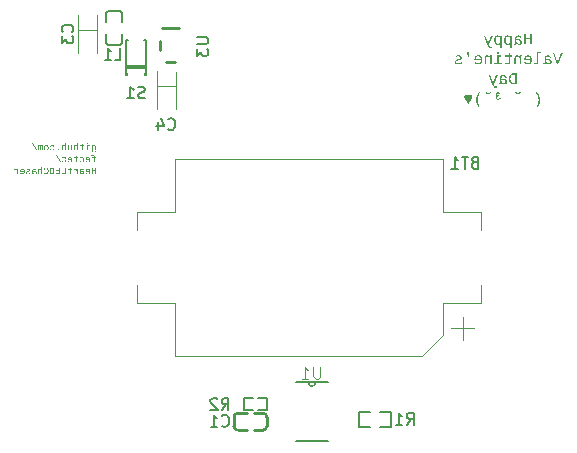
<source format=gbr>
%TF.GenerationSoftware,KiCad,Pcbnew,8.0.7-8.0.7-0~ubuntu24.04.1*%
%TF.CreationDate,2025-01-10T15:07:08-06:00*%
%TF.ProjectId,HeartLEDChaser_PCB,48656172-744c-4454-9443-68617365725f,rev?*%
%TF.SameCoordinates,Original*%
%TF.FileFunction,Legend,Bot*%
%TF.FilePolarity,Positive*%
%FSLAX46Y46*%
G04 Gerber Fmt 4.6, Leading zero omitted, Abs format (unit mm)*
G04 Created by KiCad (PCBNEW 8.0.7-8.0.7-0~ubuntu24.04.1) date 2025-01-10 15:07:08*
%MOMM*%
%LPD*%
G01*
G04 APERTURE LIST*
%ADD10C,0.100000*%
%ADD11C,0.150000*%
%ADD12C,0.080000*%
%ADD13C,0.250000*%
%ADD14C,0.120000*%
%ADD15C,0.152400*%
G04 APERTURE END LIST*
D10*
G36*
X111751612Y-90091928D02*
G01*
X111784533Y-90096942D01*
X111813274Y-90107355D01*
X111841003Y-90125868D01*
X111860788Y-90147852D01*
X111872398Y-90167029D01*
X111883732Y-90194122D01*
X111892233Y-90225666D01*
X111897153Y-90255353D01*
X111900104Y-90288131D01*
X111901088Y-90324000D01*
X111900757Y-90345486D01*
X111898734Y-90378845D01*
X111894872Y-90409142D01*
X111887811Y-90441455D01*
X111878101Y-90469358D01*
X111863426Y-90496338D01*
X111858529Y-90502957D01*
X111835516Y-90525163D01*
X111807027Y-90540537D01*
X111777606Y-90548384D01*
X111743991Y-90551000D01*
X111717278Y-90549272D01*
X111687525Y-90542470D01*
X111658702Y-90529164D01*
X111639758Y-90515247D01*
X111618394Y-90491607D01*
X111602721Y-90464831D01*
X111601842Y-90464831D01*
X111601842Y-90544258D01*
X111603440Y-90574449D01*
X111609933Y-90606527D01*
X111624317Y-90636717D01*
X111645894Y-90657851D01*
X111674663Y-90669927D01*
X111704131Y-90673072D01*
X111708800Y-90673005D01*
X111738312Y-90668786D01*
X111765240Y-90655926D01*
X111784474Y-90635263D01*
X111795575Y-90607273D01*
X111871339Y-90617678D01*
X111869773Y-90624320D01*
X111858370Y-90654580D01*
X111841014Y-90679916D01*
X111817704Y-90700330D01*
X111798006Y-90711579D01*
X111768867Y-90721982D01*
X111739366Y-90727395D01*
X111706475Y-90729199D01*
X111684429Y-90728453D01*
X111654143Y-90724534D01*
X111623027Y-90715716D01*
X111596456Y-90702326D01*
X111571653Y-90681425D01*
X111556812Y-90661861D01*
X111543378Y-90634869D01*
X111534124Y-90603390D01*
X111529518Y-90572835D01*
X111527983Y-90538983D01*
X111527983Y-90323121D01*
X111601842Y-90323121D01*
X111601856Y-90326513D01*
X111603556Y-90358782D01*
X111608090Y-90388045D01*
X111616350Y-90416764D01*
X111621138Y-90428487D01*
X111636401Y-90454682D01*
X111657383Y-90475968D01*
X111660731Y-90478417D01*
X111687964Y-90491748D01*
X111718932Y-90496191D01*
X111723863Y-90496125D01*
X111754506Y-90491942D01*
X111781214Y-90479192D01*
X111783952Y-90476970D01*
X111802564Y-90453551D01*
X111814040Y-90424824D01*
X111816479Y-90415060D01*
X111821508Y-90383865D01*
X111823794Y-90353602D01*
X111824445Y-90323121D01*
X111824347Y-90311463D01*
X111822879Y-90279029D01*
X111818939Y-90246008D01*
X111811499Y-90214625D01*
X111799385Y-90187420D01*
X111797779Y-90184913D01*
X111776071Y-90162594D01*
X111746951Y-90149902D01*
X111717613Y-90146680D01*
X111707703Y-90147095D01*
X111677593Y-90154468D01*
X111651976Y-90171057D01*
X111632763Y-90193868D01*
X111627237Y-90202997D01*
X111615158Y-90230364D01*
X111606945Y-90262128D01*
X111602929Y-90293528D01*
X111601842Y-90323121D01*
X111527983Y-90323121D01*
X111527983Y-90194307D01*
X111527871Y-90165590D01*
X111527321Y-90132595D01*
X111525638Y-90100811D01*
X111596127Y-90100811D01*
X111596942Y-90104713D01*
X111599497Y-90134224D01*
X111600045Y-90144308D01*
X111601109Y-90174670D01*
X111602281Y-90174670D01*
X111612576Y-90155821D01*
X111631728Y-90131874D01*
X111655331Y-90113121D01*
X111675594Y-90102637D01*
X111705640Y-90093995D01*
X111736224Y-90091432D01*
X111751612Y-90091928D01*
G37*
G36*
X111148869Y-90492528D02*
G01*
X110992212Y-90492528D01*
X110992212Y-90551000D01*
X111396971Y-90551000D01*
X111396971Y-90492528D01*
X111223021Y-90492528D01*
X111223021Y-90159283D01*
X111354473Y-90159283D01*
X111354473Y-90100811D01*
X111148869Y-90100811D01*
X111148869Y-90492528D01*
G37*
G36*
X111231228Y-90020504D02*
G01*
X111231228Y-89941369D01*
X111148869Y-89941369D01*
X111148869Y-90020504D01*
X111231228Y-90020504D01*
G37*
G36*
X110873510Y-90159283D02*
G01*
X110873510Y-90100811D01*
X110803314Y-90100811D01*
X110779427Y-89988264D01*
X110730041Y-89988264D01*
X110730041Y-90100811D01*
X110551988Y-90100811D01*
X110551988Y-90159283D01*
X110730041Y-90159283D01*
X110730041Y-90433763D01*
X110725120Y-90464228D01*
X110712602Y-90483002D01*
X110685724Y-90495918D01*
X110655010Y-90498976D01*
X110622994Y-90497863D01*
X110592959Y-90495005D01*
X110561440Y-90490389D01*
X110532644Y-90484907D01*
X110532644Y-90541474D01*
X110563042Y-90548840D01*
X110593328Y-90554397D01*
X110623501Y-90558145D01*
X110653563Y-90560083D01*
X110670690Y-90560378D01*
X110701950Y-90558583D01*
X110732148Y-90552272D01*
X110759528Y-90539930D01*
X110770781Y-90531655D01*
X110789804Y-90507960D01*
X110800245Y-90479567D01*
X110804063Y-90448434D01*
X110804193Y-90440797D01*
X110804193Y-90159283D01*
X110873510Y-90159283D01*
G37*
G36*
X110371444Y-89941369D02*
G01*
X110296852Y-89941369D01*
X110296852Y-90097147D01*
X110297768Y-90128618D01*
X110299460Y-90159393D01*
X110300516Y-90175842D01*
X110299344Y-90175842D01*
X110281212Y-90147156D01*
X110259350Y-90124405D01*
X110233759Y-90107589D01*
X110204437Y-90096708D01*
X110171385Y-90091762D01*
X110159539Y-90091432D01*
X110125742Y-90093914D01*
X110096451Y-90101361D01*
X110066174Y-90117650D01*
X110042939Y-90141695D01*
X110026744Y-90173497D01*
X110018858Y-90204524D01*
X110015479Y-90240514D01*
X110015338Y-90250288D01*
X110015338Y-90551000D01*
X110089930Y-90551000D01*
X110089930Y-90260692D01*
X110091645Y-90231027D01*
X110098402Y-90201067D01*
X110111618Y-90176282D01*
X110135405Y-90157449D01*
X110166333Y-90149404D01*
X110180495Y-90148732D01*
X110210671Y-90152424D01*
X110239733Y-90165014D01*
X110262396Y-90184214D01*
X110264466Y-90186540D01*
X110281699Y-90212804D01*
X110291752Y-90240944D01*
X110296635Y-90273350D01*
X110297145Y-90289122D01*
X110297145Y-90551000D01*
X110371444Y-90551000D01*
X110371444Y-89941369D01*
G37*
G36*
X109793028Y-90100811D02*
G01*
X109793028Y-90387308D01*
X109791773Y-90417423D01*
X109786676Y-90448060D01*
X109774187Y-90476250D01*
X109772951Y-90477873D01*
X109749169Y-90495104D01*
X109719095Y-90502193D01*
X109700704Y-90503079D01*
X109669709Y-90499487D01*
X109640607Y-90487238D01*
X109616734Y-90466296D01*
X109600428Y-90440373D01*
X109590916Y-90412025D01*
X109586567Y-90382838D01*
X109585812Y-90362688D01*
X109585812Y-90100811D01*
X109511221Y-90100811D01*
X109511221Y-90454866D01*
X109511102Y-90486363D01*
X109510598Y-90518247D01*
X109509031Y-90548580D01*
X109508729Y-90551000D01*
X109578778Y-90551000D01*
X109579511Y-90540009D01*
X109580537Y-90519639D01*
X109581632Y-90489027D01*
X109582002Y-90475968D01*
X109583175Y-90475968D01*
X109599976Y-90502186D01*
X109620242Y-90524943D01*
X109642379Y-90541327D01*
X109669856Y-90552937D01*
X109699099Y-90558871D01*
X109725910Y-90560378D01*
X109756145Y-90558611D01*
X109786079Y-90552264D01*
X109813865Y-90539606D01*
X109833328Y-90523449D01*
X109849763Y-90498874D01*
X109859856Y-90470646D01*
X109865202Y-90441017D01*
X109867294Y-90406788D01*
X109867327Y-90401523D01*
X109867327Y-90100811D01*
X109793028Y-90100811D01*
G37*
G36*
X109363210Y-90459408D02*
G01*
X109363329Y-90487533D01*
X109363913Y-90519854D01*
X109365701Y-90551000D01*
X109293893Y-90551000D01*
X109291695Y-90525207D01*
X109291054Y-90514757D01*
X109290230Y-90484614D01*
X109289351Y-90484614D01*
X109284468Y-90493789D01*
X109266847Y-90517761D01*
X109240649Y-90538996D01*
X109213361Y-90551426D01*
X109181611Y-90558529D01*
X109151744Y-90560378D01*
X109137444Y-90559862D01*
X109106552Y-90554640D01*
X109079125Y-90543793D01*
X109052021Y-90524511D01*
X109032016Y-90501614D01*
X109019942Y-90481751D01*
X109008154Y-90454082D01*
X108999313Y-90422228D01*
X108994197Y-90392489D01*
X108991127Y-90359844D01*
X108990176Y-90326785D01*
X109066748Y-90326785D01*
X109066845Y-90338011D01*
X109068305Y-90369466D01*
X109072222Y-90401944D01*
X109079618Y-90433497D01*
X109091660Y-90461900D01*
X109093247Y-90464586D01*
X109112424Y-90486763D01*
X109140461Y-90501306D01*
X109172260Y-90505570D01*
X109183631Y-90505199D01*
X109214047Y-90499635D01*
X109241344Y-90485622D01*
X109261800Y-90463365D01*
X109265083Y-90457894D01*
X109277235Y-90428898D01*
X109284437Y-90397109D01*
X109287958Y-90364650D01*
X109288911Y-90333379D01*
X109288802Y-90321949D01*
X109287161Y-90289864D01*
X109282761Y-90256612D01*
X109274451Y-90224123D01*
X109260921Y-90194600D01*
X109255353Y-90186403D01*
X109232569Y-90164902D01*
X109203289Y-90152360D01*
X109171381Y-90148732D01*
X109140466Y-90152839D01*
X109112906Y-90166845D01*
X109092100Y-90190790D01*
X109084796Y-90205200D01*
X109075685Y-90233525D01*
X109070313Y-90263628D01*
X109067639Y-90293382D01*
X109066748Y-90326785D01*
X108990176Y-90326785D01*
X108990104Y-90324293D01*
X108991521Y-90282678D01*
X108995771Y-90245157D01*
X109002855Y-90211729D01*
X109012773Y-90182394D01*
X109030404Y-90149647D01*
X109053073Y-90124178D01*
X109080779Y-90105986D01*
X109113523Y-90095071D01*
X109151304Y-90091432D01*
X109163571Y-90091754D01*
X109197439Y-90096580D01*
X109226907Y-90107196D01*
X109251974Y-90123604D01*
X109272643Y-90145802D01*
X109288911Y-90173791D01*
X109290669Y-90173791D01*
X109290561Y-90171493D01*
X109289407Y-90141584D01*
X109288911Y-90110923D01*
X109288911Y-89941369D01*
X109363210Y-89941369D01*
X109363210Y-90459408D01*
G37*
G36*
X108730865Y-90551000D02*
G01*
X108730865Y-90429073D01*
X108633998Y-90429073D01*
X108633998Y-90551000D01*
X108730865Y-90551000D01*
G37*
G36*
X108377543Y-90325466D02*
G01*
X108376244Y-90291480D01*
X108372348Y-90260050D01*
X108365855Y-90231173D01*
X108354633Y-90199894D01*
X108339672Y-90172293D01*
X108324347Y-90152102D01*
X108302734Y-90131484D01*
X108277794Y-90115131D01*
X108249525Y-90103045D01*
X108217927Y-90095224D01*
X108183002Y-90091669D01*
X108170621Y-90091432D01*
X108139064Y-90093185D01*
X108110045Y-90098445D01*
X108079989Y-90108749D01*
X108053249Y-90123632D01*
X108047083Y-90128069D01*
X108025073Y-90147889D01*
X108005852Y-90173953D01*
X107992497Y-90204004D01*
X107986852Y-90226254D01*
X108065987Y-90232116D01*
X108074610Y-90203700D01*
X108091200Y-90179048D01*
X108098960Y-90171739D01*
X108126304Y-90156612D01*
X108156529Y-90150389D01*
X108173991Y-90149611D01*
X108204354Y-90152185D01*
X108233322Y-90161233D01*
X108259065Y-90178927D01*
X108269392Y-90190790D01*
X108284056Y-90217905D01*
X108293062Y-90248780D01*
X108297831Y-90281026D01*
X108299609Y-90312549D01*
X108299727Y-90323854D01*
X108298666Y-90357043D01*
X108295482Y-90386708D01*
X108289085Y-90416864D01*
X108278236Y-90445454D01*
X108269539Y-90460141D01*
X108247216Y-90482784D01*
X108218168Y-90497041D01*
X108186273Y-90502702D01*
X108174431Y-90503079D01*
X108143182Y-90499864D01*
X108114213Y-90489126D01*
X108100718Y-90480218D01*
X108080581Y-90457653D01*
X108068518Y-90429739D01*
X108064375Y-90410316D01*
X107985973Y-90415445D01*
X107992719Y-90444880D01*
X108004822Y-90472295D01*
X108015868Y-90489450D01*
X108036469Y-90512380D01*
X108061563Y-90531271D01*
X108080788Y-90541621D01*
X108109703Y-90552300D01*
X108140835Y-90558547D01*
X108171060Y-90560378D01*
X108201436Y-90558912D01*
X108234780Y-90553279D01*
X108264734Y-90543421D01*
X108291297Y-90529339D01*
X108314471Y-90511032D01*
X108324787Y-90500295D01*
X108342716Y-90475797D01*
X108356935Y-90447476D01*
X108367445Y-90415333D01*
X108373370Y-90385627D01*
X108376719Y-90353266D01*
X108377543Y-90325466D01*
G37*
G36*
X107707893Y-90093498D02*
G01*
X107739188Y-90099696D01*
X107767422Y-90110026D01*
X107796495Y-90127299D01*
X107821402Y-90150197D01*
X107836389Y-90169932D01*
X107851021Y-90197354D01*
X107861995Y-90228857D01*
X107868345Y-90258226D01*
X107872156Y-90290429D01*
X107873426Y-90325466D01*
X107872631Y-90352867D01*
X107869403Y-90384846D01*
X107863693Y-90414299D01*
X107853562Y-90446309D01*
X107839856Y-90474681D01*
X107822575Y-90499415D01*
X107798131Y-90523170D01*
X107769424Y-90541089D01*
X107741425Y-90551806D01*
X107710293Y-90558235D01*
X107676029Y-90560378D01*
X107669974Y-90560319D01*
X107635524Y-90557489D01*
X107604299Y-90550414D01*
X107576300Y-90539093D01*
X107547710Y-90520520D01*
X107526699Y-90500002D01*
X107511796Y-90479821D01*
X107497247Y-90452137D01*
X107486335Y-90420672D01*
X107480020Y-90391563D01*
X107476231Y-90359827D01*
X107474968Y-90325466D01*
X107552784Y-90325466D01*
X107552898Y-90336573D01*
X107554616Y-90367772D01*
X107559224Y-90400146D01*
X107567925Y-90431839D01*
X107582093Y-90460727D01*
X107592097Y-90473646D01*
X107617451Y-90492914D01*
X107646362Y-90502768D01*
X107676908Y-90505570D01*
X107687776Y-90505167D01*
X107717259Y-90499120D01*
X107744524Y-90483890D01*
X107766008Y-90459702D01*
X107772946Y-90447538D01*
X107784047Y-90419255D01*
X107790725Y-90390179D01*
X107794569Y-90357065D01*
X107795610Y-90325466D01*
X107795494Y-90314570D01*
X107793760Y-90283911D01*
X107789106Y-90251983D01*
X107780318Y-90220561D01*
X107766008Y-90191669D01*
X107755878Y-90178582D01*
X107730616Y-90159062D01*
X107702178Y-90149080D01*
X107672365Y-90146240D01*
X107660830Y-90146632D01*
X107629920Y-90152505D01*
X107602073Y-90167297D01*
X107581067Y-90190790D01*
X107574438Y-90202608D01*
X107563832Y-90230543D01*
X107557452Y-90259690D01*
X107553778Y-90293226D01*
X107552784Y-90325466D01*
X107474968Y-90325466D01*
X107475400Y-90303899D01*
X107478036Y-90270291D01*
X107483070Y-90239602D01*
X107492275Y-90206630D01*
X107504932Y-90177861D01*
X107524061Y-90149611D01*
X107527170Y-90146031D01*
X107551758Y-90124158D01*
X107581282Y-90107852D01*
X107610518Y-90098307D01*
X107643381Y-90092853D01*
X107673538Y-90091432D01*
X107707893Y-90093498D01*
G37*
G36*
X107204152Y-90551000D02*
G01*
X107204152Y-90264503D01*
X107204784Y-90234754D01*
X107207351Y-90204369D01*
X107214263Y-90174524D01*
X107234666Y-90151779D01*
X107251046Y-90148732D01*
X107277522Y-90161436D01*
X107293691Y-90188885D01*
X107302952Y-90219767D01*
X107307670Y-90250056D01*
X107309703Y-90280776D01*
X107309958Y-90297475D01*
X107309958Y-90551000D01*
X107379713Y-90551000D01*
X107379713Y-90196945D01*
X107379833Y-90165447D01*
X107380336Y-90133564D01*
X107381903Y-90103230D01*
X107382205Y-90100811D01*
X107320802Y-90100811D01*
X107318311Y-90152249D01*
X107318311Y-90171739D01*
X107317431Y-90171739D01*
X107305939Y-90143431D01*
X107289875Y-90118583D01*
X107282114Y-90110630D01*
X107256247Y-90095650D01*
X107228478Y-90091432D01*
X107198464Y-90095779D01*
X107174256Y-90111216D01*
X107158796Y-90136348D01*
X107150011Y-90164646D01*
X107148464Y-90172179D01*
X107147585Y-90172179D01*
X107135539Y-90145134D01*
X107118004Y-90119328D01*
X107108311Y-90110043D01*
X107082409Y-90096085D01*
X107052602Y-90091450D01*
X107050425Y-90091432D01*
X107020249Y-90095675D01*
X106993025Y-90111628D01*
X106980816Y-90127336D01*
X106969688Y-90154707D01*
X106963753Y-90183838D01*
X106960723Y-90214601D01*
X106959734Y-90244888D01*
X106959713Y-90250288D01*
X106959713Y-90551000D01*
X107028883Y-90551000D01*
X107028883Y-90264503D01*
X107029515Y-90234754D01*
X107032082Y-90204369D01*
X107038995Y-90174524D01*
X107059461Y-90151779D01*
X107075924Y-90148732D01*
X107104192Y-90161131D01*
X107119009Y-90183903D01*
X107128019Y-90212138D01*
X107132610Y-90241422D01*
X107134588Y-90272123D01*
X107134836Y-90289122D01*
X107134836Y-90551000D01*
X107204152Y-90551000D01*
G37*
G36*
X106871786Y-90560378D02*
G01*
X106533412Y-89941369D01*
X106460139Y-89941369D01*
X106796755Y-90560378D01*
X106871786Y-90560378D01*
G37*
G36*
X111720983Y-91167283D02*
G01*
X111720983Y-91559000D01*
X111795136Y-91559000D01*
X111795136Y-91167283D01*
X111903140Y-91167283D01*
X111903140Y-91108811D01*
X111795136Y-91108811D01*
X111795136Y-91098846D01*
X111793235Y-91065578D01*
X111787534Y-91036812D01*
X111776365Y-91009449D01*
X111757865Y-90985695D01*
X111755422Y-90983515D01*
X111728815Y-90967009D01*
X111698139Y-90956872D01*
X111665873Y-90951503D01*
X111634187Y-90949503D01*
X111622798Y-90949369D01*
X111591987Y-90950065D01*
X111560905Y-90951982D01*
X111558757Y-90952154D01*
X111528606Y-90954938D01*
X111507027Y-90958016D01*
X111507027Y-91017806D01*
X111537895Y-91014630D01*
X111557145Y-91013263D01*
X111586594Y-91011560D01*
X111614152Y-91010772D01*
X111645556Y-91012247D01*
X111674645Y-91018114D01*
X111678925Y-91019711D01*
X111703407Y-91037336D01*
X111710872Y-91048874D01*
X111719315Y-91078346D01*
X111720983Y-91105001D01*
X111720983Y-91108811D01*
X111518604Y-91108811D01*
X111518604Y-91167283D01*
X111720983Y-91167283D01*
G37*
G36*
X111236348Y-91101544D02*
G01*
X111267866Y-91107881D01*
X111296180Y-91118443D01*
X111325162Y-91136104D01*
X111349783Y-91159516D01*
X111361804Y-91175306D01*
X111376831Y-91202014D01*
X111388251Y-91232349D01*
X111396065Y-91266311D01*
X111399822Y-91297383D01*
X111401074Y-91330974D01*
X111400257Y-91358761D01*
X111396936Y-91391169D01*
X111391060Y-91420994D01*
X111380638Y-91453374D01*
X111366537Y-91482035D01*
X111348757Y-91506976D01*
X111338553Y-91517949D01*
X111315770Y-91536658D01*
X111289825Y-91551049D01*
X111260716Y-91561123D01*
X111228444Y-91566879D01*
X111199134Y-91568378D01*
X111174624Y-91567441D01*
X111143996Y-91563273D01*
X111112342Y-91554600D01*
X111083656Y-91541707D01*
X111074828Y-91536473D01*
X111051542Y-91518296D01*
X111031298Y-91493750D01*
X111016978Y-91464624D01*
X111082044Y-91446452D01*
X111084237Y-91452108D01*
X111100803Y-91476947D01*
X111124689Y-91494959D01*
X111139171Y-91501868D01*
X111168744Y-91510197D01*
X111199134Y-91512691D01*
X111209719Y-91512319D01*
X111238908Y-91506735D01*
X111266826Y-91492673D01*
X111289993Y-91470339D01*
X111306002Y-91443955D01*
X111315835Y-91416200D01*
X111321527Y-91384398D01*
X111323112Y-91353249D01*
X111004961Y-91353249D01*
X111004961Y-91343138D01*
X111005742Y-91313478D01*
X111007320Y-91296390D01*
X111081605Y-91296390D01*
X111322379Y-91296390D01*
X111321005Y-91276381D01*
X111315754Y-91247239D01*
X111305359Y-91218680D01*
X111288234Y-91192196D01*
X111281987Y-91185413D01*
X111258242Y-91167621D01*
X111230003Y-91157243D01*
X111200746Y-91154240D01*
X111187676Y-91154796D01*
X111158280Y-91161042D01*
X111129192Y-91177700D01*
X111106853Y-91204353D01*
X111093392Y-91234199D01*
X111085999Y-91263073D01*
X111081605Y-91296390D01*
X111007320Y-91296390D01*
X111008914Y-91279128D01*
X111014526Y-91247805D01*
X111024481Y-91214212D01*
X111037951Y-91184978D01*
X111054933Y-91160102D01*
X111078983Y-91136462D01*
X111107535Y-91118629D01*
X111135591Y-91107964D01*
X111166954Y-91101565D01*
X111201625Y-91099432D01*
X111236348Y-91101544D01*
G37*
G36*
X110898129Y-91333466D02*
G01*
X110896831Y-91299480D01*
X110892934Y-91268050D01*
X110886441Y-91239173D01*
X110875220Y-91207894D01*
X110860258Y-91180293D01*
X110844933Y-91160102D01*
X110823321Y-91139484D01*
X110798380Y-91123131D01*
X110770111Y-91111045D01*
X110738514Y-91103224D01*
X110703588Y-91099669D01*
X110691207Y-91099432D01*
X110659650Y-91101185D01*
X110630631Y-91106445D01*
X110600576Y-91116749D01*
X110573836Y-91131632D01*
X110567669Y-91136069D01*
X110545659Y-91155889D01*
X110526439Y-91181953D01*
X110513083Y-91212004D01*
X110507438Y-91234254D01*
X110586573Y-91240116D01*
X110595196Y-91211700D01*
X110611786Y-91187048D01*
X110619546Y-91179739D01*
X110646890Y-91164612D01*
X110677115Y-91158389D01*
X110694577Y-91157611D01*
X110724940Y-91160185D01*
X110753908Y-91169233D01*
X110779651Y-91186927D01*
X110789979Y-91198790D01*
X110804642Y-91225905D01*
X110813648Y-91256780D01*
X110818418Y-91289026D01*
X110820195Y-91320549D01*
X110820314Y-91331854D01*
X110819252Y-91365043D01*
X110816068Y-91394708D01*
X110809671Y-91424864D01*
X110798822Y-91453454D01*
X110790125Y-91468141D01*
X110767803Y-91490784D01*
X110738754Y-91505041D01*
X110706859Y-91510702D01*
X110695017Y-91511079D01*
X110663768Y-91507864D01*
X110634799Y-91497126D01*
X110621304Y-91488218D01*
X110601167Y-91465653D01*
X110589104Y-91437739D01*
X110584961Y-91418316D01*
X110506559Y-91423445D01*
X110513305Y-91452880D01*
X110525409Y-91480295D01*
X110536454Y-91497450D01*
X110557056Y-91520380D01*
X110582149Y-91539271D01*
X110601374Y-91549621D01*
X110630290Y-91560300D01*
X110661421Y-91566547D01*
X110691646Y-91568378D01*
X110722022Y-91566912D01*
X110755366Y-91561279D01*
X110785320Y-91551421D01*
X110811884Y-91537339D01*
X110835057Y-91519032D01*
X110845373Y-91508295D01*
X110863302Y-91483797D01*
X110877521Y-91455476D01*
X110888031Y-91423333D01*
X110893956Y-91393627D01*
X110897305Y-91361266D01*
X110898129Y-91333466D01*
G37*
G36*
X110369392Y-91167283D02*
G01*
X110369392Y-91108811D01*
X110299197Y-91108811D01*
X110275310Y-90996264D01*
X110225924Y-90996264D01*
X110225924Y-91108811D01*
X110047871Y-91108811D01*
X110047871Y-91167283D01*
X110225924Y-91167283D01*
X110225924Y-91441763D01*
X110221002Y-91472228D01*
X110208485Y-91491002D01*
X110181607Y-91503918D01*
X110150893Y-91506976D01*
X110118877Y-91505863D01*
X110088842Y-91503005D01*
X110057323Y-91498389D01*
X110028527Y-91492907D01*
X110028527Y-91549474D01*
X110058925Y-91556840D01*
X110089211Y-91562397D01*
X110119384Y-91566145D01*
X110149446Y-91568083D01*
X110166573Y-91568378D01*
X110197833Y-91566583D01*
X110228030Y-91560272D01*
X110255410Y-91547930D01*
X110266664Y-91539655D01*
X110285687Y-91515960D01*
X110296128Y-91487567D01*
X110299946Y-91456434D01*
X110300076Y-91448797D01*
X110300076Y-91167283D01*
X110369392Y-91167283D01*
G37*
G36*
X109723996Y-91101544D02*
G01*
X109755515Y-91107881D01*
X109783828Y-91118443D01*
X109812811Y-91136104D01*
X109837431Y-91159516D01*
X109849453Y-91175306D01*
X109864479Y-91202014D01*
X109875900Y-91232349D01*
X109883714Y-91266311D01*
X109887470Y-91297383D01*
X109888722Y-91330974D01*
X109887905Y-91358761D01*
X109884584Y-91391169D01*
X109878709Y-91420994D01*
X109868286Y-91453374D01*
X109854185Y-91482035D01*
X109836406Y-91506976D01*
X109826201Y-91517949D01*
X109803419Y-91536658D01*
X109777473Y-91551049D01*
X109748364Y-91561123D01*
X109716092Y-91566879D01*
X109686782Y-91568378D01*
X109662273Y-91567441D01*
X109631645Y-91563273D01*
X109599991Y-91554600D01*
X109571304Y-91541707D01*
X109562476Y-91536473D01*
X109539190Y-91518296D01*
X109518946Y-91493750D01*
X109504626Y-91464624D01*
X109569692Y-91446452D01*
X109571885Y-91452108D01*
X109588451Y-91476947D01*
X109612337Y-91494959D01*
X109626819Y-91501868D01*
X109656393Y-91510197D01*
X109686782Y-91512691D01*
X109697367Y-91512319D01*
X109726556Y-91506735D01*
X109754474Y-91492673D01*
X109777641Y-91470339D01*
X109793651Y-91443955D01*
X109803483Y-91416200D01*
X109809175Y-91384398D01*
X109810760Y-91353249D01*
X109492609Y-91353249D01*
X109492609Y-91343138D01*
X109493390Y-91313478D01*
X109494968Y-91296390D01*
X109569253Y-91296390D01*
X109810027Y-91296390D01*
X109808653Y-91276381D01*
X109803402Y-91247239D01*
X109793007Y-91218680D01*
X109775882Y-91192196D01*
X109769635Y-91185413D01*
X109745890Y-91167621D01*
X109717651Y-91157243D01*
X109688394Y-91154240D01*
X109675324Y-91154796D01*
X109645928Y-91161042D01*
X109616840Y-91177700D01*
X109594501Y-91204353D01*
X109581041Y-91234199D01*
X109573647Y-91263073D01*
X109569253Y-91296390D01*
X109494968Y-91296390D01*
X109496562Y-91279128D01*
X109502174Y-91247805D01*
X109512130Y-91214212D01*
X109525599Y-91184978D01*
X109542581Y-91160102D01*
X109566631Y-91136462D01*
X109595183Y-91118629D01*
X109623239Y-91107964D01*
X109654603Y-91101565D01*
X109689274Y-91099432D01*
X109723996Y-91101544D01*
G37*
G36*
X109385778Y-91333466D02*
G01*
X109384479Y-91299480D01*
X109380583Y-91268050D01*
X109374089Y-91239173D01*
X109362868Y-91207894D01*
X109347907Y-91180293D01*
X109332581Y-91160102D01*
X109310969Y-91139484D01*
X109286028Y-91123131D01*
X109257759Y-91111045D01*
X109226162Y-91103224D01*
X109191236Y-91099669D01*
X109178855Y-91099432D01*
X109147298Y-91101185D01*
X109118280Y-91106445D01*
X109088224Y-91116749D01*
X109061484Y-91131632D01*
X109055317Y-91136069D01*
X109033308Y-91155889D01*
X109014087Y-91181953D01*
X109000732Y-91212004D01*
X108995087Y-91234254D01*
X109074221Y-91240116D01*
X109082845Y-91211700D01*
X109099434Y-91187048D01*
X109107194Y-91179739D01*
X109134539Y-91164612D01*
X109164764Y-91158389D01*
X109182226Y-91157611D01*
X109212588Y-91160185D01*
X109241556Y-91169233D01*
X109267299Y-91186927D01*
X109277627Y-91198790D01*
X109292291Y-91225905D01*
X109301296Y-91256780D01*
X109306066Y-91289026D01*
X109307843Y-91320549D01*
X109307962Y-91331854D01*
X109306901Y-91365043D01*
X109303717Y-91394708D01*
X109297319Y-91424864D01*
X109286470Y-91453454D01*
X109277773Y-91468141D01*
X109255451Y-91490784D01*
X109226402Y-91505041D01*
X109194508Y-91510702D01*
X109182665Y-91511079D01*
X109151417Y-91507864D01*
X109122448Y-91497126D01*
X109108953Y-91488218D01*
X109088815Y-91465653D01*
X109076753Y-91437739D01*
X109072609Y-91418316D01*
X108994207Y-91423445D01*
X109000953Y-91452880D01*
X109013057Y-91480295D01*
X109024103Y-91497450D01*
X109044704Y-91520380D01*
X109069798Y-91539271D01*
X109089023Y-91549621D01*
X109117938Y-91560300D01*
X109149070Y-91566547D01*
X109179295Y-91568378D01*
X109209671Y-91566912D01*
X109243014Y-91561279D01*
X109272968Y-91551421D01*
X109299532Y-91537339D01*
X109322706Y-91519032D01*
X109333021Y-91508295D01*
X109350950Y-91483797D01*
X109365170Y-91455476D01*
X109375680Y-91423333D01*
X109381604Y-91393627D01*
X109384953Y-91361266D01*
X109385778Y-91333466D01*
G37*
G36*
X108888255Y-91568378D02*
G01*
X108549881Y-90949369D01*
X108476608Y-90949369D01*
X108813224Y-91568378D01*
X108888255Y-91568378D01*
G37*
G36*
X111599351Y-92567000D02*
G01*
X111599351Y-92314062D01*
X111814480Y-92314062D01*
X111814480Y-92567000D01*
X111893175Y-92567000D01*
X111893175Y-92013643D01*
X111814480Y-92013643D01*
X111814480Y-92248116D01*
X111599351Y-92248116D01*
X111599351Y-92013643D01*
X111520655Y-92013643D01*
X111520655Y-92567000D01*
X111599351Y-92567000D01*
G37*
G36*
X111236348Y-92109544D02*
G01*
X111267866Y-92115881D01*
X111296180Y-92126443D01*
X111325162Y-92144104D01*
X111349783Y-92167516D01*
X111361804Y-92183306D01*
X111376831Y-92210014D01*
X111388251Y-92240349D01*
X111396065Y-92274311D01*
X111399822Y-92305383D01*
X111401074Y-92338974D01*
X111400257Y-92366761D01*
X111396936Y-92399169D01*
X111391060Y-92428994D01*
X111380638Y-92461374D01*
X111366537Y-92490035D01*
X111348757Y-92514976D01*
X111338553Y-92525949D01*
X111315770Y-92544658D01*
X111289825Y-92559049D01*
X111260716Y-92569123D01*
X111228444Y-92574879D01*
X111199134Y-92576378D01*
X111174624Y-92575441D01*
X111143996Y-92571273D01*
X111112342Y-92562600D01*
X111083656Y-92549707D01*
X111074828Y-92544473D01*
X111051542Y-92526296D01*
X111031298Y-92501750D01*
X111016978Y-92472624D01*
X111082044Y-92454452D01*
X111084237Y-92460108D01*
X111100803Y-92484947D01*
X111124689Y-92502959D01*
X111139171Y-92509868D01*
X111168744Y-92518197D01*
X111199134Y-92520691D01*
X111209719Y-92520319D01*
X111238908Y-92514735D01*
X111266826Y-92500673D01*
X111289993Y-92478339D01*
X111306002Y-92451955D01*
X111315835Y-92424200D01*
X111321527Y-92392398D01*
X111323112Y-92361249D01*
X111004961Y-92361249D01*
X111004961Y-92351138D01*
X111005742Y-92321478D01*
X111007320Y-92304390D01*
X111081605Y-92304390D01*
X111322379Y-92304390D01*
X111321005Y-92284381D01*
X111315754Y-92255239D01*
X111305359Y-92226680D01*
X111288234Y-92200196D01*
X111281987Y-92193413D01*
X111258242Y-92175621D01*
X111230003Y-92165243D01*
X111200746Y-92162240D01*
X111187676Y-92162796D01*
X111158280Y-92169042D01*
X111129192Y-92185700D01*
X111106853Y-92212353D01*
X111093392Y-92242199D01*
X111085999Y-92271073D01*
X111081605Y-92304390D01*
X111007320Y-92304390D01*
X111008914Y-92287128D01*
X111014526Y-92255805D01*
X111024481Y-92222212D01*
X111037951Y-92192978D01*
X111054933Y-92168102D01*
X111078983Y-92144462D01*
X111107535Y-92126629D01*
X111135591Y-92115964D01*
X111166954Y-92109565D01*
X111201625Y-92107432D01*
X111236348Y-92109544D01*
G37*
G36*
X110741573Y-92109372D02*
G01*
X110774042Y-92115190D01*
X110808626Y-92127918D01*
X110836541Y-92146706D01*
X110857787Y-92171555D01*
X110872365Y-92202465D01*
X110879225Y-92231556D01*
X110801702Y-92238737D01*
X110801429Y-92236366D01*
X110794056Y-92207258D01*
X110776203Y-92182170D01*
X110765481Y-92175033D01*
X110736253Y-92166017D01*
X110706008Y-92163852D01*
X110689005Y-92164723D01*
X110660469Y-92171688D01*
X110636399Y-92188618D01*
X110624884Y-92207111D01*
X110616696Y-92237501D01*
X110614563Y-92269658D01*
X110614563Y-92295011D01*
X110711870Y-92296623D01*
X110745313Y-92298259D01*
X110775468Y-92302400D01*
X110810556Y-92311815D01*
X110839797Y-92325682D01*
X110868123Y-92349276D01*
X110887312Y-92379824D01*
X110896085Y-92409271D01*
X110899009Y-92443168D01*
X110898719Y-92454559D01*
X110894372Y-92485951D01*
X110883424Y-92515935D01*
X110866036Y-92540768D01*
X110854945Y-92551027D01*
X110828040Y-92566328D01*
X110798442Y-92574153D01*
X110767850Y-92576378D01*
X110736080Y-92574246D01*
X110704967Y-92566975D01*
X110677871Y-92554543D01*
X110673348Y-92551704D01*
X110649819Y-92532182D01*
X110630413Y-92508695D01*
X110614563Y-92482882D01*
X110612072Y-92482882D01*
X110610896Y-92497326D01*
X110604834Y-92526913D01*
X110590823Y-92553810D01*
X110587109Y-92557844D01*
X110560644Y-92572654D01*
X110530886Y-92576378D01*
X110503771Y-92574929D01*
X110473586Y-92569784D01*
X110473586Y-92523622D01*
X110497913Y-92526553D01*
X110506484Y-92525950D01*
X110530886Y-92509407D01*
X110537370Y-92488085D01*
X110539532Y-92458409D01*
X110539532Y-92383817D01*
X110614563Y-92383817D01*
X110614829Y-92392285D01*
X110619942Y-92421417D01*
X110631563Y-92449763D01*
X110635989Y-92457550D01*
X110654834Y-92481669D01*
X110678897Y-92500907D01*
X110688644Y-92506396D01*
X110718297Y-92516814D01*
X110748946Y-92519958D01*
X110776695Y-92516003D01*
X110802728Y-92499295D01*
X110816467Y-92475189D01*
X110821046Y-92444487D01*
X110818325Y-92417219D01*
X110806831Y-92389826D01*
X110793419Y-92374898D01*
X110767117Y-92359344D01*
X110752857Y-92354930D01*
X110723549Y-92350178D01*
X110692819Y-92348500D01*
X110614563Y-92346888D01*
X110614563Y-92383817D01*
X110539532Y-92383817D01*
X110539532Y-92261305D01*
X110541516Y-92230290D01*
X110548645Y-92198966D01*
X110560957Y-92172038D01*
X110581004Y-92147000D01*
X110589115Y-92139928D01*
X110614282Y-92124472D01*
X110644596Y-92113962D01*
X110675344Y-92108823D01*
X110704836Y-92107432D01*
X110741573Y-92109372D01*
G37*
G36*
X110016950Y-92183196D02*
G01*
X110048097Y-92178774D01*
X110078068Y-92176188D01*
X110104291Y-92175429D01*
X110135890Y-92178589D01*
X110164302Y-92188069D01*
X110189526Y-92203868D01*
X110211563Y-92225988D01*
X110229386Y-92252989D01*
X110242117Y-92283434D01*
X110249080Y-92312898D01*
X110252143Y-92344999D01*
X110252302Y-92354655D01*
X110252302Y-92567000D01*
X110326454Y-92567000D01*
X110326454Y-92275374D01*
X110327520Y-92245545D01*
X110330419Y-92214029D01*
X110332023Y-92200928D01*
X110336406Y-92171616D01*
X110341897Y-92142720D01*
X110347850Y-92116811D01*
X110277362Y-92116811D01*
X110269161Y-92147619D01*
X110263024Y-92176734D01*
X110258624Y-92207099D01*
X110257578Y-92218660D01*
X110255526Y-92218660D01*
X110242698Y-92192213D01*
X110227530Y-92166824D01*
X110215080Y-92150956D01*
X110191992Y-92130972D01*
X110168185Y-92118423D01*
X110137960Y-92110180D01*
X110106645Y-92107475D01*
X110101800Y-92107432D01*
X110072467Y-92108263D01*
X110040666Y-92111066D01*
X110016950Y-92114466D01*
X110016950Y-92183196D01*
G37*
G36*
X109865275Y-92175283D02*
G01*
X109865275Y-92116811D01*
X109795080Y-92116811D01*
X109771193Y-92004264D01*
X109721807Y-92004264D01*
X109721807Y-92116811D01*
X109543754Y-92116811D01*
X109543754Y-92175283D01*
X109721807Y-92175283D01*
X109721807Y-92449763D01*
X109716885Y-92480228D01*
X109704368Y-92499002D01*
X109677490Y-92511918D01*
X109646775Y-92514976D01*
X109614760Y-92513863D01*
X109584725Y-92511005D01*
X109553206Y-92506389D01*
X109524410Y-92500907D01*
X109524410Y-92557474D01*
X109554808Y-92564840D01*
X109585093Y-92570397D01*
X109615267Y-92574145D01*
X109645328Y-92576083D01*
X109662456Y-92576378D01*
X109693716Y-92574583D01*
X109723913Y-92568272D01*
X109751293Y-92555930D01*
X109762547Y-92547655D01*
X109781569Y-92523960D01*
X109792011Y-92495567D01*
X109795829Y-92464434D01*
X109795959Y-92456797D01*
X109795959Y-92175283D01*
X109865275Y-92175283D01*
G37*
G36*
X109341667Y-92567000D02*
G01*
X109341667Y-92013643D01*
X109262972Y-92013643D01*
X109262972Y-92502666D01*
X108986001Y-92502666D01*
X108986001Y-92567000D01*
X109341667Y-92567000D01*
G37*
G36*
X108868471Y-92567000D02*
G01*
X108868471Y-92013643D01*
X108489797Y-92013643D01*
X108489797Y-92077976D01*
X108789776Y-92077976D01*
X108789776Y-92248116D01*
X108514417Y-92248116D01*
X108514417Y-92311570D01*
X108789776Y-92311570D01*
X108789776Y-92502666D01*
X108472798Y-92502666D01*
X108472798Y-92567000D01*
X108868471Y-92567000D01*
G37*
G36*
X108364354Y-92567000D02*
G01*
X108211946Y-92567000D01*
X108197414Y-92566714D01*
X108162958Y-92563500D01*
X108131177Y-92556716D01*
X108102072Y-92546361D01*
X108075644Y-92532436D01*
X108051892Y-92514940D01*
X108030816Y-92493873D01*
X108012578Y-92469448D01*
X107997431Y-92441967D01*
X107985375Y-92411430D01*
X107976411Y-92377839D01*
X107971465Y-92348765D01*
X107968497Y-92317737D01*
X107967508Y-92284752D01*
X108046643Y-92284752D01*
X108046684Y-92291514D01*
X108048137Y-92323722D01*
X108052619Y-92358859D01*
X108060090Y-92390162D01*
X108072582Y-92421839D01*
X108089141Y-92448297D01*
X108103474Y-92463960D01*
X108127232Y-92481428D01*
X108155294Y-92493693D01*
X108187663Y-92500755D01*
X108218834Y-92502666D01*
X108285659Y-92502666D01*
X108285659Y-92077976D01*
X108235833Y-92077976D01*
X108206358Y-92079182D01*
X108174415Y-92083812D01*
X108141876Y-92093602D01*
X108114429Y-92108119D01*
X108092072Y-92127362D01*
X108086571Y-92133747D01*
X108070112Y-92159719D01*
X108058000Y-92191330D01*
X108051079Y-92222911D01*
X108047752Y-92252394D01*
X108046643Y-92284752D01*
X107967508Y-92284752D01*
X107968093Y-92259830D01*
X107970692Y-92228480D01*
X107976864Y-92192312D01*
X107986285Y-92159500D01*
X107998955Y-92130044D01*
X108014873Y-92103944D01*
X108034040Y-92081200D01*
X108051751Y-92065367D01*
X108076924Y-92048543D01*
X108105467Y-92035019D01*
X108137380Y-92024793D01*
X108172663Y-92017865D01*
X108203316Y-92014698D01*
X108236127Y-92013643D01*
X108364354Y-92013643D01*
X108364354Y-92567000D01*
G37*
G36*
X107797662Y-92287830D02*
G01*
X107796803Y-92321581D01*
X107794227Y-92352585D01*
X107788869Y-92386162D01*
X107781038Y-92415783D01*
X107768776Y-92445339D01*
X107762491Y-92456357D01*
X107742506Y-92480913D01*
X107717868Y-92498453D01*
X107688577Y-92508977D01*
X107659131Y-92512430D01*
X107654633Y-92512484D01*
X107624511Y-92508590D01*
X107596574Y-92496905D01*
X107579162Y-92484787D01*
X107557118Y-92461991D01*
X107539212Y-92434926D01*
X107524834Y-92405404D01*
X107521863Y-92398179D01*
X107456357Y-92424704D01*
X107468540Y-92451810D01*
X107486867Y-92483803D01*
X107507576Y-92511058D01*
X107530666Y-92533572D01*
X107556137Y-92551346D01*
X107583990Y-92564381D01*
X107614224Y-92572675D01*
X107646840Y-92576230D01*
X107655366Y-92576378D01*
X107688031Y-92574561D01*
X107718249Y-92569108D01*
X107751280Y-92557767D01*
X107780787Y-92541191D01*
X107806770Y-92519381D01*
X107822135Y-92501933D01*
X107838938Y-92477038D01*
X107852892Y-92448974D01*
X107863999Y-92417739D01*
X107872258Y-92383334D01*
X107876815Y-92353528D01*
X107879549Y-92321693D01*
X107880460Y-92287830D01*
X107879597Y-92253492D01*
X107877009Y-92221369D01*
X107872696Y-92191462D01*
X107862991Y-92150755D01*
X107849404Y-92115032D01*
X107831935Y-92084294D01*
X107810584Y-92058540D01*
X107785350Y-92037771D01*
X107756235Y-92021987D01*
X107723238Y-92011187D01*
X107686359Y-92005372D01*
X107659616Y-92004264D01*
X107626032Y-92006474D01*
X107595181Y-92013103D01*
X107567065Y-92024151D01*
X107541683Y-92039618D01*
X107519035Y-92059505D01*
X107499121Y-92083811D01*
X107481940Y-92112536D01*
X107467494Y-92145681D01*
X107536810Y-92173085D01*
X107548010Y-92144849D01*
X107564198Y-92118385D01*
X107584438Y-92096734D01*
X107610129Y-92079588D01*
X107638623Y-92070356D01*
X107659176Y-92068598D01*
X107692140Y-92071913D01*
X107720542Y-92081860D01*
X107747043Y-92100976D01*
X107763663Y-92121647D01*
X107778538Y-92151927D01*
X107788066Y-92184583D01*
X107793644Y-92217151D01*
X107796466Y-92247517D01*
X107797629Y-92280818D01*
X107797662Y-92287830D01*
G37*
G36*
X107346741Y-91957369D02*
G01*
X107272149Y-91957369D01*
X107272149Y-92113147D01*
X107273065Y-92144618D01*
X107274757Y-92175393D01*
X107275812Y-92191842D01*
X107274640Y-92191842D01*
X107256509Y-92163156D01*
X107234647Y-92140405D01*
X107209055Y-92123589D01*
X107179733Y-92112708D01*
X107146682Y-92107762D01*
X107134836Y-92107432D01*
X107101038Y-92109914D01*
X107071748Y-92117361D01*
X107041471Y-92133650D01*
X107018235Y-92157695D01*
X107002041Y-92189497D01*
X106994155Y-92220524D01*
X106990775Y-92256514D01*
X106990635Y-92266288D01*
X106990635Y-92567000D01*
X107065226Y-92567000D01*
X107065226Y-92276692D01*
X107066942Y-92247027D01*
X107073698Y-92217067D01*
X107086915Y-92192282D01*
X107110701Y-92173449D01*
X107141629Y-92165404D01*
X107155792Y-92164732D01*
X107185968Y-92168424D01*
X107215030Y-92181014D01*
X107237693Y-92200214D01*
X107239762Y-92202540D01*
X107256996Y-92228804D01*
X107267049Y-92256944D01*
X107271931Y-92289350D01*
X107272442Y-92305122D01*
X107272442Y-92567000D01*
X107346741Y-92567000D01*
X107346741Y-91957369D01*
G37*
G36*
X106708635Y-92109372D02*
G01*
X106741104Y-92115190D01*
X106775688Y-92127918D01*
X106803603Y-92146706D01*
X106824850Y-92171555D01*
X106839427Y-92202465D01*
X106846287Y-92231556D01*
X106768764Y-92238737D01*
X106768491Y-92236366D01*
X106761118Y-92207258D01*
X106743265Y-92182170D01*
X106732543Y-92175033D01*
X106703315Y-92166017D01*
X106673070Y-92163852D01*
X106656067Y-92164723D01*
X106627531Y-92171688D01*
X106603461Y-92188618D01*
X106591946Y-92207111D01*
X106583758Y-92237501D01*
X106581625Y-92269658D01*
X106581625Y-92295011D01*
X106678932Y-92296623D01*
X106712376Y-92298259D01*
X106742530Y-92302400D01*
X106777618Y-92311815D01*
X106806859Y-92325682D01*
X106835185Y-92349276D01*
X106854375Y-92379824D01*
X106863147Y-92409271D01*
X106866071Y-92443168D01*
X106865781Y-92454559D01*
X106861434Y-92485951D01*
X106850486Y-92515935D01*
X106833098Y-92540768D01*
X106822007Y-92551027D01*
X106795102Y-92566328D01*
X106765504Y-92574153D01*
X106734912Y-92576378D01*
X106703142Y-92574246D01*
X106672029Y-92566975D01*
X106644933Y-92554543D01*
X106640410Y-92551704D01*
X106616881Y-92532182D01*
X106597476Y-92508695D01*
X106581625Y-92482882D01*
X106579134Y-92482882D01*
X106577959Y-92497326D01*
X106571896Y-92526913D01*
X106557885Y-92553810D01*
X106554171Y-92557844D01*
X106527706Y-92572654D01*
X106497948Y-92576378D01*
X106470833Y-92574929D01*
X106440648Y-92569784D01*
X106440648Y-92523622D01*
X106464975Y-92526553D01*
X106473546Y-92525950D01*
X106497948Y-92509407D01*
X106504433Y-92488085D01*
X106506594Y-92458409D01*
X106506594Y-92383817D01*
X106581625Y-92383817D01*
X106581891Y-92392285D01*
X106587004Y-92421417D01*
X106598625Y-92449763D01*
X106603051Y-92457550D01*
X106621896Y-92481669D01*
X106645959Y-92500907D01*
X106655706Y-92506396D01*
X106685359Y-92516814D01*
X106716008Y-92519958D01*
X106743757Y-92516003D01*
X106769790Y-92499295D01*
X106783529Y-92475189D01*
X106788108Y-92444487D01*
X106785388Y-92417219D01*
X106773893Y-92389826D01*
X106760481Y-92374898D01*
X106734180Y-92359344D01*
X106719919Y-92354930D01*
X106690611Y-92350178D01*
X106659881Y-92348500D01*
X106581625Y-92346888D01*
X106581625Y-92383817D01*
X106506594Y-92383817D01*
X106506594Y-92261305D01*
X106508579Y-92230290D01*
X106515707Y-92198966D01*
X106528019Y-92172038D01*
X106548066Y-92147000D01*
X106556177Y-92139928D01*
X106581344Y-92124472D01*
X106611658Y-92113962D01*
X106642406Y-92108823D01*
X106671898Y-92107432D01*
X106708635Y-92109372D01*
G37*
G36*
X105977857Y-92438479D02*
G01*
X105980861Y-92469043D01*
X105991423Y-92499245D01*
X106009589Y-92525019D01*
X106025924Y-92539742D01*
X106052192Y-92555770D01*
X106083077Y-92567219D01*
X106113888Y-92573480D01*
X106143110Y-92576056D01*
X106158695Y-92576378D01*
X106189136Y-92575456D01*
X106221031Y-92572049D01*
X106252707Y-92565081D01*
X106282257Y-92553323D01*
X106287948Y-92550147D01*
X106312617Y-92530698D01*
X106331305Y-92505324D01*
X106343009Y-92477422D01*
X106345833Y-92467055D01*
X106280327Y-92454452D01*
X106269085Y-92482891D01*
X106248363Y-92504141D01*
X106246769Y-92505157D01*
X106217216Y-92516077D01*
X106187555Y-92520132D01*
X106158695Y-92521131D01*
X106126651Y-92519360D01*
X106095368Y-92512559D01*
X106068756Y-92498179D01*
X106051377Y-92473243D01*
X106047466Y-92448591D01*
X106055366Y-92419075D01*
X106067690Y-92405213D01*
X106093262Y-92390192D01*
X106121916Y-92380254D01*
X106129532Y-92378249D01*
X106161573Y-92370017D01*
X106194903Y-92360894D01*
X106226730Y-92351293D01*
X106256480Y-92340598D01*
X106267578Y-92335457D01*
X106293370Y-92318018D01*
X106312421Y-92296769D01*
X106324656Y-92268745D01*
X106328101Y-92238591D01*
X106324647Y-92206090D01*
X106314284Y-92177833D01*
X106297012Y-92153818D01*
X106284431Y-92142310D01*
X106256771Y-92125450D01*
X106226988Y-92115096D01*
X106196915Y-92109612D01*
X106163099Y-92107466D01*
X106157962Y-92107432D01*
X106127628Y-92108715D01*
X106096395Y-92113325D01*
X106065638Y-92122517D01*
X106042191Y-92134250D01*
X106018271Y-92153295D01*
X106000734Y-92177092D01*
X105989580Y-92205640D01*
X105988115Y-92211919D01*
X106054940Y-92219979D01*
X106066450Y-92192519D01*
X106084249Y-92177188D01*
X106112708Y-92166774D01*
X106143218Y-92163034D01*
X106157962Y-92162680D01*
X106192276Y-92164936D01*
X106223336Y-92173273D01*
X106249071Y-92193018D01*
X106258833Y-92222918D01*
X106258932Y-92226867D01*
X106251611Y-92255595D01*
X106241933Y-92267167D01*
X106216059Y-92282175D01*
X106186831Y-92291347D01*
X106137739Y-92304390D01*
X106106533Y-92312724D01*
X106077055Y-92322057D01*
X106049117Y-92333401D01*
X106041165Y-92337509D01*
X106016319Y-92354594D01*
X105995922Y-92376865D01*
X105994856Y-92378395D01*
X105982107Y-92405653D01*
X105977874Y-92436264D01*
X105977857Y-92438479D01*
G37*
G36*
X105691059Y-92109544D02*
G01*
X105722577Y-92115881D01*
X105750890Y-92126443D01*
X105779873Y-92144104D01*
X105804494Y-92167516D01*
X105816515Y-92183306D01*
X105831542Y-92210014D01*
X105842962Y-92240349D01*
X105850776Y-92274311D01*
X105854532Y-92305383D01*
X105855785Y-92338974D01*
X105854967Y-92366761D01*
X105851646Y-92399169D01*
X105845771Y-92428994D01*
X105835348Y-92461374D01*
X105821247Y-92490035D01*
X105803468Y-92514976D01*
X105793263Y-92525949D01*
X105770481Y-92544658D01*
X105744535Y-92559049D01*
X105715427Y-92569123D01*
X105683154Y-92574879D01*
X105653845Y-92576378D01*
X105629335Y-92575441D01*
X105598707Y-92571273D01*
X105567053Y-92562600D01*
X105538367Y-92549707D01*
X105529538Y-92544473D01*
X105506252Y-92526296D01*
X105486008Y-92501750D01*
X105471688Y-92472624D01*
X105536755Y-92454452D01*
X105538947Y-92460108D01*
X105555513Y-92484947D01*
X105579399Y-92502959D01*
X105593881Y-92509868D01*
X105623455Y-92518197D01*
X105653845Y-92520691D01*
X105664429Y-92520319D01*
X105693618Y-92514735D01*
X105721536Y-92500673D01*
X105744703Y-92478339D01*
X105760713Y-92451955D01*
X105770545Y-92424200D01*
X105776237Y-92392398D01*
X105777822Y-92361249D01*
X105459672Y-92361249D01*
X105459672Y-92351138D01*
X105460452Y-92321478D01*
X105462030Y-92304390D01*
X105536315Y-92304390D01*
X105777090Y-92304390D01*
X105775715Y-92284381D01*
X105770464Y-92255239D01*
X105760069Y-92226680D01*
X105742944Y-92200196D01*
X105736697Y-92193413D01*
X105712952Y-92175621D01*
X105684713Y-92165243D01*
X105655457Y-92162240D01*
X105642386Y-92162796D01*
X105612990Y-92169042D01*
X105583902Y-92185700D01*
X105561563Y-92212353D01*
X105548103Y-92242199D01*
X105540709Y-92271073D01*
X105536315Y-92304390D01*
X105462030Y-92304390D01*
X105463624Y-92287128D01*
X105469236Y-92255805D01*
X105479192Y-92222212D01*
X105492661Y-92192978D01*
X105509644Y-92168102D01*
X105533693Y-92144462D01*
X105562245Y-92126629D01*
X105590301Y-92115964D01*
X105621665Y-92109565D01*
X105656336Y-92107432D01*
X105691059Y-92109544D01*
G37*
G36*
X104975778Y-92183196D02*
G01*
X105006925Y-92178774D01*
X105036895Y-92176188D01*
X105063119Y-92175429D01*
X105094718Y-92178589D01*
X105123129Y-92188069D01*
X105148353Y-92203868D01*
X105170390Y-92225988D01*
X105188214Y-92252989D01*
X105200945Y-92283434D01*
X105207907Y-92312898D01*
X105210971Y-92344999D01*
X105211130Y-92354655D01*
X105211130Y-92567000D01*
X105285282Y-92567000D01*
X105285282Y-92275374D01*
X105286348Y-92245545D01*
X105289247Y-92214029D01*
X105290851Y-92200928D01*
X105295233Y-92171616D01*
X105300724Y-92142720D01*
X105306678Y-92116811D01*
X105236189Y-92116811D01*
X105227989Y-92147619D01*
X105221851Y-92176734D01*
X105217452Y-92207099D01*
X105216406Y-92218660D01*
X105214354Y-92218660D01*
X105201526Y-92192213D01*
X105186358Y-92166824D01*
X105173907Y-92150956D01*
X105150819Y-92130972D01*
X105127013Y-92118423D01*
X105096788Y-92110180D01*
X105065472Y-92107475D01*
X105060628Y-92107432D01*
X105031295Y-92108263D01*
X104999494Y-92111066D01*
X104975778Y-92114466D01*
X104975778Y-92183196D01*
G37*
G36*
X148279504Y-81585000D02*
G01*
X148279504Y-81163436D01*
X148638052Y-81163436D01*
X148638052Y-81585000D01*
X148769211Y-81585000D01*
X148769211Y-80662739D01*
X148638052Y-80662739D01*
X148638052Y-81053527D01*
X148279504Y-81053527D01*
X148279504Y-80662739D01*
X148148345Y-80662739D01*
X148148345Y-81585000D01*
X148279504Y-81585000D01*
G37*
G36*
X147690070Y-80822286D02*
G01*
X147744185Y-80831984D01*
X147801825Y-80853196D01*
X147848350Y-80884510D01*
X147883761Y-80925925D01*
X147908056Y-80977442D01*
X147919490Y-81025928D01*
X147790285Y-81037896D01*
X147789830Y-81033944D01*
X147777541Y-80985431D01*
X147747787Y-80943618D01*
X147729917Y-80931722D01*
X147681204Y-80916695D01*
X147630795Y-80913087D01*
X147602456Y-80914539D01*
X147554897Y-80926148D01*
X147514779Y-80954364D01*
X147495588Y-80985186D01*
X147481941Y-81035836D01*
X147478387Y-81089431D01*
X147478387Y-81131685D01*
X147640565Y-81134371D01*
X147696304Y-81137099D01*
X147746561Y-81144000D01*
X147805042Y-81159693D01*
X147853776Y-81182804D01*
X147900987Y-81222126D01*
X147932969Y-81273040D01*
X147947589Y-81322118D01*
X147952463Y-81378614D01*
X147951980Y-81397599D01*
X147944735Y-81449918D01*
X147926488Y-81499892D01*
X147897508Y-81541280D01*
X147879023Y-81558378D01*
X147834181Y-81583881D01*
X147784851Y-81596922D01*
X147733865Y-81600631D01*
X147680914Y-81597077D01*
X147629059Y-81584958D01*
X147583900Y-81564239D01*
X147576361Y-81559508D01*
X147537147Y-81526971D01*
X147504804Y-81487825D01*
X147478387Y-81444804D01*
X147474235Y-81444804D01*
X147472276Y-81468878D01*
X147462172Y-81518188D01*
X147438820Y-81563018D01*
X147432630Y-81569740D01*
X147388521Y-81594423D01*
X147338925Y-81600631D01*
X147293734Y-81598216D01*
X147243426Y-81589640D01*
X147243426Y-81512704D01*
X147283970Y-81517588D01*
X147298255Y-81516584D01*
X147338925Y-81489012D01*
X147349732Y-81453475D01*
X147353335Y-81404016D01*
X147353335Y-81279696D01*
X147478387Y-81279696D01*
X147478830Y-81293809D01*
X147487352Y-81342361D01*
X147506719Y-81389605D01*
X147514096Y-81402584D01*
X147545505Y-81442782D01*
X147585610Y-81474846D01*
X147601855Y-81483993D01*
X147651276Y-81501357D01*
X147702358Y-81506598D01*
X147748607Y-81500006D01*
X147791995Y-81472159D01*
X147814893Y-81431981D01*
X147822525Y-81380812D01*
X147817991Y-81335365D01*
X147798834Y-81289710D01*
X147776481Y-81264830D01*
X147732644Y-81238907D01*
X147708876Y-81231550D01*
X147660030Y-81223630D01*
X147608813Y-81220833D01*
X147478387Y-81218147D01*
X147478387Y-81279696D01*
X147353335Y-81279696D01*
X147353335Y-81075509D01*
X147356643Y-81023817D01*
X147368523Y-80971610D01*
X147389043Y-80926731D01*
X147422456Y-80885000D01*
X147435973Y-80873214D01*
X147477918Y-80847454D01*
X147528442Y-80829938D01*
X147579688Y-80821372D01*
X147628841Y-80819054D01*
X147690070Y-80822286D01*
G37*
G36*
X146761580Y-80821099D02*
G01*
X146811097Y-80830592D01*
X146859720Y-80851782D01*
X146888183Y-80873185D01*
X146921505Y-80911458D01*
X146947403Y-80956318D01*
X146950090Y-80956318D01*
X146950092Y-80955279D01*
X146951800Y-80906249D01*
X146951906Y-80904143D01*
X146954975Y-80854958D01*
X146956929Y-80834685D01*
X147077341Y-80834685D01*
X147074502Y-80882978D01*
X147073448Y-80936306D01*
X147073188Y-80990268D01*
X147073188Y-81881999D01*
X146948869Y-81881999D01*
X146948869Y-81589152D01*
X146948879Y-81575909D01*
X146949186Y-81526330D01*
X146951555Y-81474357D01*
X146948136Y-81474357D01*
X146940407Y-81489648D01*
X146912034Y-81529602D01*
X146869099Y-81564993D01*
X146823871Y-81585710D01*
X146770862Y-81597548D01*
X146720746Y-81600631D01*
X146657605Y-81594483D01*
X146602884Y-81576039D01*
X146556580Y-81545299D01*
X146518696Y-81502262D01*
X146489230Y-81446930D01*
X146472656Y-81397361D01*
X146460817Y-81340876D01*
X146453714Y-81277474D01*
X146451346Y-81207156D01*
X146451350Y-81206912D01*
X146579085Y-81206912D01*
X146579249Y-81226737D01*
X146581711Y-81281955D01*
X146588316Y-81338302D01*
X146600787Y-81392051D01*
X146621095Y-81438942D01*
X146655696Y-81478990D01*
X146702073Y-81502415D01*
X146754452Y-81509284D01*
X146773146Y-81508677D01*
X146823305Y-81499564D01*
X146868614Y-81476614D01*
X146902951Y-81440163D01*
X146908512Y-81431212D01*
X146929094Y-81383234D01*
X146941291Y-81330012D01*
X146947255Y-81275279D01*
X146948869Y-81222299D01*
X146948689Y-81203249D01*
X146945999Y-81149774D01*
X146938779Y-81094354D01*
X146925148Y-81040205D01*
X146902951Y-80991001D01*
X146893789Y-80977339D01*
X146855932Y-80941504D01*
X146806816Y-80920600D01*
X146752986Y-80914553D01*
X146701380Y-80921136D01*
X146655523Y-80943584D01*
X146621095Y-80981964D01*
X146611249Y-81000225D01*
X146593895Y-81051610D01*
X146584993Y-81101433D01*
X146580562Y-81151004D01*
X146579085Y-81206912D01*
X146451350Y-81206912D01*
X146451932Y-81170880D01*
X146455514Y-81114466D01*
X146462351Y-81063108D01*
X146474853Y-81008153D01*
X146492043Y-80960480D01*
X146518024Y-80914064D01*
X146526630Y-80902559D01*
X146566472Y-80863961D01*
X146614985Y-80837240D01*
X146664546Y-80823600D01*
X146720746Y-80819054D01*
X146761580Y-80821099D01*
G37*
G36*
X145921385Y-80821099D02*
G01*
X145970902Y-80830592D01*
X146019525Y-80851782D01*
X146047987Y-80873185D01*
X146081309Y-80911458D01*
X146107208Y-80956318D01*
X146109895Y-80956318D01*
X146109896Y-80955279D01*
X146111604Y-80906249D01*
X146111711Y-80904143D01*
X146114779Y-80854958D01*
X146116733Y-80834685D01*
X146237145Y-80834685D01*
X146234307Y-80882978D01*
X146233253Y-80936306D01*
X146232993Y-80990268D01*
X146232993Y-81881999D01*
X146108673Y-81881999D01*
X146108673Y-81589152D01*
X146108684Y-81575909D01*
X146108991Y-81526330D01*
X146111360Y-81474357D01*
X146107941Y-81474357D01*
X146100212Y-81489648D01*
X146071839Y-81529602D01*
X146028904Y-81564993D01*
X145983675Y-81585710D01*
X145930667Y-81597548D01*
X145880551Y-81600631D01*
X145817410Y-81594483D01*
X145762688Y-81576039D01*
X145716385Y-81545299D01*
X145678501Y-81502262D01*
X145649035Y-81446930D01*
X145632461Y-81397361D01*
X145620622Y-81340876D01*
X145613519Y-81277474D01*
X145611151Y-81207156D01*
X145611155Y-81206912D01*
X145738890Y-81206912D01*
X145739054Y-81226737D01*
X145741515Y-81281955D01*
X145748120Y-81338302D01*
X145760592Y-81392051D01*
X145780900Y-81438942D01*
X145815501Y-81478990D01*
X145861877Y-81502415D01*
X145914256Y-81509284D01*
X145932951Y-81508677D01*
X145983110Y-81499564D01*
X146028419Y-81476614D01*
X146062756Y-81440163D01*
X146068316Y-81431212D01*
X146088898Y-81383234D01*
X146101095Y-81330012D01*
X146107059Y-81275279D01*
X146108673Y-81222299D01*
X146108494Y-81203249D01*
X146105804Y-81149774D01*
X146098584Y-81094354D01*
X146084952Y-81040205D01*
X146062756Y-80991001D01*
X146053594Y-80977339D01*
X146015736Y-80941504D01*
X145966620Y-80920600D01*
X145912791Y-80914553D01*
X145861185Y-80921136D01*
X145815328Y-80943584D01*
X145780900Y-80981964D01*
X145771053Y-81000225D01*
X145753700Y-81051610D01*
X145744797Y-81101433D01*
X145740367Y-81151004D01*
X145738890Y-81206912D01*
X145611155Y-81206912D01*
X145611737Y-81170880D01*
X145615318Y-81114466D01*
X145622155Y-81063108D01*
X145634657Y-81008153D01*
X145651848Y-80960480D01*
X145677829Y-80914064D01*
X145686435Y-80902559D01*
X145726277Y-80863961D01*
X145774790Y-80837240D01*
X145824351Y-80823600D01*
X145880551Y-80819054D01*
X145921385Y-80821099D01*
G37*
G36*
X145319036Y-81881999D02*
G01*
X145368396Y-81879862D01*
X145404277Y-81874427D01*
X145404277Y-81781615D01*
X145354429Y-81785702D01*
X145346636Y-81785767D01*
X145297252Y-81776966D01*
X145253775Y-81752870D01*
X145244786Y-81745711D01*
X145210978Y-81709006D01*
X145183668Y-81663653D01*
X145163942Y-81618217D01*
X145151486Y-81585000D01*
X145474375Y-80834685D01*
X145342484Y-80834685D01*
X145161255Y-81286290D01*
X145143123Y-81332187D01*
X145125080Y-81378464D01*
X145107326Y-81425232D01*
X145093844Y-81464832D01*
X145065756Y-81387407D01*
X144852777Y-80834685D01*
X144722351Y-80834685D01*
X145035470Y-81586709D01*
X145054665Y-81635322D01*
X145077998Y-81687391D01*
X145101657Y-81732626D01*
X145129672Y-81776761D01*
X145162232Y-81815809D01*
X145201100Y-81847805D01*
X145249090Y-81871075D01*
X145302136Y-81881417D01*
X145319036Y-81881999D01*
G37*
G36*
X150911465Y-83265000D02*
G01*
X151047508Y-83265000D01*
X151394333Y-82342739D01*
X151256335Y-82342739D01*
X151036273Y-82958963D01*
X151019875Y-83007922D01*
X151003796Y-83060858D01*
X150989634Y-83110046D01*
X150978631Y-83149473D01*
X150964771Y-83099372D01*
X150950543Y-83050921D01*
X150935950Y-83004118D01*
X150920990Y-82958963D01*
X150702637Y-82342739D01*
X150564396Y-82342739D01*
X150911465Y-83265000D01*
G37*
G36*
X150210656Y-82502286D02*
G01*
X150264771Y-82511984D01*
X150322411Y-82533196D01*
X150368936Y-82564510D01*
X150404347Y-82605925D01*
X150428642Y-82657442D01*
X150440076Y-82705928D01*
X150310871Y-82717896D01*
X150310416Y-82713944D01*
X150298127Y-82665431D01*
X150268373Y-82623618D01*
X150250503Y-82611722D01*
X150201790Y-82596695D01*
X150151381Y-82593087D01*
X150123042Y-82594539D01*
X150075483Y-82606148D01*
X150035365Y-82634364D01*
X150016174Y-82665186D01*
X150002527Y-82715836D01*
X149998973Y-82769431D01*
X149998973Y-82811685D01*
X150161151Y-82814371D01*
X150216890Y-82817099D01*
X150267147Y-82824000D01*
X150325628Y-82839693D01*
X150374362Y-82862804D01*
X150421573Y-82902126D01*
X150453555Y-82953040D01*
X150468175Y-83002118D01*
X150473049Y-83058614D01*
X150472566Y-83077599D01*
X150465321Y-83129918D01*
X150447074Y-83179892D01*
X150418094Y-83221280D01*
X150399609Y-83238378D01*
X150354767Y-83263881D01*
X150305437Y-83276922D01*
X150254451Y-83280631D01*
X150201500Y-83277077D01*
X150149645Y-83264958D01*
X150104486Y-83244239D01*
X150096947Y-83239508D01*
X150057733Y-83206971D01*
X150025390Y-83167825D01*
X149998973Y-83124804D01*
X149994821Y-83124804D01*
X149992862Y-83148878D01*
X149982758Y-83198188D01*
X149959406Y-83243018D01*
X149953216Y-83249740D01*
X149909107Y-83274423D01*
X149859511Y-83280631D01*
X149814320Y-83278216D01*
X149764012Y-83269640D01*
X149764012Y-83192704D01*
X149804556Y-83197588D01*
X149818841Y-83196584D01*
X149859511Y-83169012D01*
X149870318Y-83133475D01*
X149873921Y-83084016D01*
X149873921Y-82959696D01*
X149998973Y-82959696D01*
X149999416Y-82973809D01*
X150007938Y-83022361D01*
X150027305Y-83069605D01*
X150034682Y-83082584D01*
X150066091Y-83122782D01*
X150106196Y-83154846D01*
X150122441Y-83163993D01*
X150171862Y-83181357D01*
X150222944Y-83186598D01*
X150269193Y-83180006D01*
X150312581Y-83152159D01*
X150335479Y-83111981D01*
X150343111Y-83060812D01*
X150338577Y-83015365D01*
X150319420Y-82969710D01*
X150297067Y-82944830D01*
X150253230Y-82918907D01*
X150229462Y-82911550D01*
X150180616Y-82903630D01*
X150129399Y-82900833D01*
X149998973Y-82898147D01*
X149998973Y-82959696D01*
X149873921Y-82959696D01*
X149873921Y-82755509D01*
X149877229Y-82703817D01*
X149889109Y-82651610D01*
X149909629Y-82606731D01*
X149943042Y-82565000D01*
X149956559Y-82553214D01*
X149998504Y-82527454D01*
X150049028Y-82509938D01*
X150100274Y-82501372D01*
X150149427Y-82499054D01*
X150210656Y-82502286D01*
G37*
G36*
X149537354Y-82343227D02*
G01*
X149338785Y-82343227D01*
X149338785Y-83087679D01*
X149338489Y-83098911D01*
X149335021Y-83150723D01*
X149321688Y-83200519D01*
X149301233Y-83222333D01*
X149256793Y-83248730D01*
X149208359Y-83262313D01*
X148954102Y-83265000D01*
X148954102Y-83167547D01*
X149147299Y-83164127D01*
X149151762Y-83163722D01*
X149198101Y-83148251D01*
X149215198Y-83102090D01*
X149215198Y-82245530D01*
X149537354Y-82245530D01*
X149537354Y-82343227D01*
G37*
G36*
X148514695Y-82502574D02*
G01*
X148567226Y-82513136D01*
X148614415Y-82530739D01*
X148662719Y-82560174D01*
X148703753Y-82599193D01*
X148723789Y-82625511D01*
X148748833Y-82670024D01*
X148767867Y-82720582D01*
X148780890Y-82777185D01*
X148787151Y-82828973D01*
X148789238Y-82884958D01*
X148787876Y-82931268D01*
X148782341Y-82985282D01*
X148772549Y-83034990D01*
X148755178Y-83088958D01*
X148731676Y-83136725D01*
X148702044Y-83178293D01*
X148685036Y-83196582D01*
X148647066Y-83227763D01*
X148603823Y-83251749D01*
X148555308Y-83268538D01*
X148501522Y-83278133D01*
X148452672Y-83280631D01*
X148411822Y-83279068D01*
X148360775Y-83272123D01*
X148308019Y-83257667D01*
X148260208Y-83236179D01*
X148245495Y-83227455D01*
X148206685Y-83197161D01*
X148172944Y-83156250D01*
X148149078Y-83107707D01*
X148257522Y-83077421D01*
X148261176Y-83086847D01*
X148288786Y-83128245D01*
X148328596Y-83158265D01*
X148352733Y-83169781D01*
X148402022Y-83183663D01*
X148452672Y-83187819D01*
X148470313Y-83187198D01*
X148518961Y-83177893D01*
X148565491Y-83154456D01*
X148604102Y-83117233D01*
X148630785Y-83073258D01*
X148647173Y-83027001D01*
X148656660Y-82973996D01*
X148659301Y-82922083D01*
X148129050Y-82922083D01*
X148129050Y-82905230D01*
X148130351Y-82855797D01*
X148132981Y-82827316D01*
X148256789Y-82827316D01*
X148658080Y-82827316D01*
X148655789Y-82793968D01*
X148647038Y-82745398D01*
X148629713Y-82697800D01*
X148601172Y-82653660D01*
X148590759Y-82642355D01*
X148551184Y-82612702D01*
X148504120Y-82595405D01*
X148455359Y-82590401D01*
X148433574Y-82591326D01*
X148384581Y-82601738D01*
X148336101Y-82629501D01*
X148298869Y-82673923D01*
X148276435Y-82723666D01*
X148264113Y-82771789D01*
X148256789Y-82827316D01*
X148132981Y-82827316D01*
X148135638Y-82798547D01*
X148144992Y-82746341D01*
X148161584Y-82690353D01*
X148184032Y-82641630D01*
X148212337Y-82600170D01*
X148252420Y-82560771D01*
X148300006Y-82531048D01*
X148346766Y-82513273D01*
X148399039Y-82502609D01*
X148456824Y-82499054D01*
X148514695Y-82502574D01*
G37*
G36*
X147444193Y-83265000D02*
G01*
X147444193Y-82781154D01*
X147447052Y-82731712D01*
X147458313Y-82681778D01*
X147480341Y-82640471D01*
X147519985Y-82609082D01*
X147571531Y-82595674D01*
X147595135Y-82594553D01*
X147645429Y-82600707D01*
X147693865Y-82621691D01*
X147731637Y-82653691D01*
X147735086Y-82657568D01*
X147763809Y-82701340D01*
X147780563Y-82748241D01*
X147788701Y-82802251D01*
X147789553Y-82828538D01*
X147789553Y-83265000D01*
X147913384Y-83265000D01*
X147913384Y-82674909D01*
X147913582Y-82622412D01*
X147914422Y-82569274D01*
X147917033Y-82518717D01*
X147917536Y-82514685D01*
X147800788Y-82514685D01*
X147799322Y-82533004D01*
X147797613Y-82567198D01*
X147795788Y-82617984D01*
X147795170Y-82639738D01*
X147793216Y-82639738D01*
X147762834Y-82591927D01*
X147725908Y-82554009D01*
X147682440Y-82525982D01*
X147632428Y-82507847D01*
X147575873Y-82499603D01*
X147555568Y-82499054D01*
X147506427Y-82502163D01*
X147457365Y-82513329D01*
X147411220Y-82535599D01*
X147378248Y-82564023D01*
X147350030Y-82606093D01*
X147332700Y-82652766D01*
X147323522Y-82700768D01*
X147319931Y-82755455D01*
X147319874Y-82763813D01*
X147319874Y-83265000D01*
X147444193Y-83265000D01*
G37*
G36*
X147069769Y-82612138D02*
G01*
X147069769Y-82514685D01*
X146952777Y-82514685D01*
X146912965Y-82327107D01*
X146830655Y-82327107D01*
X146830655Y-82514685D01*
X146533900Y-82514685D01*
X146533900Y-82612138D01*
X146830655Y-82612138D01*
X146830655Y-83069605D01*
X146822452Y-83120380D01*
X146801590Y-83151671D01*
X146756794Y-83173198D01*
X146705603Y-83178293D01*
X146652243Y-83176439D01*
X146602185Y-83171676D01*
X146549653Y-83163982D01*
X146501660Y-83154846D01*
X146501660Y-83249124D01*
X146552323Y-83261400D01*
X146602799Y-83270662D01*
X146653089Y-83276908D01*
X146703191Y-83280139D01*
X146731737Y-83280631D01*
X146783837Y-83277639D01*
X146834165Y-83267120D01*
X146879799Y-83246551D01*
X146898555Y-83232759D01*
X146930259Y-83193267D01*
X146947662Y-83145945D01*
X146954024Y-83094056D01*
X146954242Y-83081329D01*
X146954242Y-82612138D01*
X147069769Y-82612138D01*
G37*
G36*
X145848310Y-83167547D02*
G01*
X145587215Y-83167547D01*
X145587215Y-83265000D01*
X146261814Y-83265000D01*
X146261814Y-83167547D01*
X145971897Y-83167547D01*
X145971897Y-82612138D01*
X146190983Y-82612138D01*
X146190983Y-82514685D01*
X145848310Y-82514685D01*
X145848310Y-83167547D01*
G37*
G36*
X145985575Y-82380840D02*
G01*
X145985575Y-82248949D01*
X145848310Y-82248949D01*
X145848310Y-82380840D01*
X145985575Y-82380840D01*
G37*
G36*
X144923607Y-83265000D02*
G01*
X144923607Y-82781154D01*
X144926466Y-82731712D01*
X144937727Y-82681778D01*
X144959755Y-82640471D01*
X144999399Y-82609082D01*
X145050945Y-82595674D01*
X145074549Y-82594553D01*
X145124843Y-82600707D01*
X145173279Y-82621691D01*
X145211051Y-82653691D01*
X145214500Y-82657568D01*
X145243223Y-82701340D01*
X145259977Y-82748241D01*
X145268115Y-82802251D01*
X145268966Y-82828538D01*
X145268966Y-83265000D01*
X145392797Y-83265000D01*
X145392797Y-82674909D01*
X145392996Y-82622412D01*
X145393835Y-82569274D01*
X145396447Y-82518717D01*
X145396950Y-82514685D01*
X145280202Y-82514685D01*
X145278736Y-82533004D01*
X145277026Y-82567198D01*
X145275202Y-82617984D01*
X145274584Y-82639738D01*
X145272630Y-82639738D01*
X145242248Y-82591927D01*
X145205322Y-82554009D01*
X145161853Y-82525982D01*
X145111842Y-82507847D01*
X145055287Y-82499603D01*
X145034982Y-82499054D01*
X144985841Y-82502163D01*
X144936779Y-82513329D01*
X144890634Y-82535599D01*
X144857661Y-82564023D01*
X144829443Y-82606093D01*
X144812114Y-82652766D01*
X144802936Y-82700768D01*
X144799344Y-82755455D01*
X144799287Y-82763813D01*
X144799287Y-83265000D01*
X144923607Y-83265000D01*
G37*
G36*
X144313718Y-82502574D02*
G01*
X144366249Y-82513136D01*
X144413438Y-82530739D01*
X144461742Y-82560174D01*
X144502777Y-82599193D01*
X144522812Y-82625511D01*
X144547857Y-82670024D01*
X144566890Y-82720582D01*
X144579913Y-82777185D01*
X144586174Y-82828973D01*
X144588262Y-82884958D01*
X144586899Y-82931268D01*
X144581364Y-82985282D01*
X144571572Y-83034990D01*
X144554201Y-83088958D01*
X144530699Y-83136725D01*
X144501067Y-83178293D01*
X144484059Y-83196582D01*
X144446089Y-83227763D01*
X144402846Y-83251749D01*
X144354331Y-83268538D01*
X144300545Y-83278133D01*
X144251695Y-83280631D01*
X144210845Y-83279068D01*
X144159799Y-83272123D01*
X144107042Y-83257667D01*
X144059232Y-83236179D01*
X144044518Y-83227455D01*
X144005708Y-83197161D01*
X143971967Y-83156250D01*
X143948101Y-83107707D01*
X144056545Y-83077421D01*
X144060199Y-83086847D01*
X144087809Y-83128245D01*
X144127620Y-83158265D01*
X144151756Y-83169781D01*
X144201045Y-83183663D01*
X144251695Y-83187819D01*
X144269336Y-83187198D01*
X144317984Y-83177893D01*
X144364514Y-83154456D01*
X144403125Y-83117233D01*
X144429808Y-83073258D01*
X144446196Y-83027001D01*
X144455683Y-82973996D01*
X144458324Y-82922083D01*
X143928073Y-82922083D01*
X143928073Y-82905230D01*
X143929374Y-82855797D01*
X143932004Y-82827316D01*
X144055812Y-82827316D01*
X144457103Y-82827316D01*
X144454812Y-82793968D01*
X144446061Y-82745398D01*
X144428736Y-82697800D01*
X144400195Y-82653660D01*
X144389782Y-82642355D01*
X144350208Y-82612702D01*
X144303143Y-82595405D01*
X144254382Y-82590401D01*
X144232597Y-82591326D01*
X144183604Y-82601738D01*
X144135124Y-82629501D01*
X144097892Y-82673923D01*
X144075458Y-82723666D01*
X144063136Y-82771789D01*
X144055812Y-82827316D01*
X143932004Y-82827316D01*
X143934661Y-82798547D01*
X143944015Y-82746341D01*
X143960607Y-82690353D01*
X143983055Y-82641630D01*
X144011360Y-82600170D01*
X144051443Y-82560771D01*
X144099029Y-82531048D01*
X144145789Y-82513273D01*
X144198062Y-82502609D01*
X144255847Y-82499054D01*
X144313718Y-82502574D01*
G37*
G36*
X143369490Y-82686632D02*
G01*
X143466454Y-82686632D01*
X143494542Y-82248949D01*
X143340669Y-82248949D01*
X143369490Y-82686632D01*
G37*
G36*
X142271130Y-83050799D02*
G01*
X142276137Y-83101738D01*
X142293739Y-83152076D01*
X142324016Y-83195033D01*
X142351241Y-83219570D01*
X142395022Y-83246284D01*
X142446496Y-83265366D01*
X142497847Y-83275801D01*
X142546551Y-83280094D01*
X142572525Y-83280631D01*
X142623261Y-83279094D01*
X142676419Y-83273416D01*
X142729213Y-83261803D01*
X142778462Y-83242206D01*
X142787947Y-83236912D01*
X142829063Y-83204497D01*
X142860209Y-83162208D01*
X142879716Y-83115704D01*
X142884423Y-83098426D01*
X142775247Y-83077421D01*
X142756510Y-83124819D01*
X142721973Y-83160235D01*
X142719315Y-83161929D01*
X142670061Y-83180128D01*
X142620626Y-83186888D01*
X142572525Y-83188551D01*
X142519120Y-83185600D01*
X142466982Y-83174265D01*
X142422628Y-83150298D01*
X142393662Y-83108738D01*
X142387145Y-83067651D01*
X142400311Y-83018459D01*
X142420850Y-82995355D01*
X142463471Y-82970321D01*
X142511228Y-82953756D01*
X142523921Y-82950415D01*
X142577323Y-82936695D01*
X142632873Y-82921491D01*
X142685917Y-82905489D01*
X142735501Y-82887663D01*
X142753998Y-82879096D01*
X142796984Y-82850031D01*
X142828736Y-82814616D01*
X142849128Y-82767908D01*
X142854870Y-82717651D01*
X142849113Y-82663484D01*
X142831841Y-82616389D01*
X142803054Y-82576364D01*
X142782086Y-82557184D01*
X142735986Y-82529084D01*
X142686347Y-82511827D01*
X142636227Y-82502687D01*
X142579865Y-82499111D01*
X142571304Y-82499054D01*
X142520748Y-82501193D01*
X142468693Y-82508875D01*
X142417431Y-82524196D01*
X142378352Y-82543750D01*
X142338486Y-82575492D01*
X142309258Y-82615153D01*
X142290668Y-82662733D01*
X142288227Y-82673199D01*
X142399601Y-82686632D01*
X142418784Y-82640866D01*
X142448450Y-82615314D01*
X142495881Y-82597958D01*
X142546731Y-82591724D01*
X142571304Y-82591133D01*
X142628494Y-82594894D01*
X142680261Y-82608789D01*
X142723153Y-82641697D01*
X142739423Y-82691530D01*
X142739587Y-82698112D01*
X142727386Y-82745992D01*
X142711255Y-82765279D01*
X142668133Y-82790292D01*
X142619420Y-82805579D01*
X142537599Y-82827316D01*
X142485590Y-82841208D01*
X142436459Y-82856762D01*
X142389897Y-82875669D01*
X142376643Y-82882515D01*
X142335233Y-82910991D01*
X142301238Y-82948108D01*
X142299462Y-82950659D01*
X142278213Y-82996088D01*
X142271157Y-83047107D01*
X142271130Y-83050799D01*
G37*
G36*
X147508918Y-84945000D02*
G01*
X147254905Y-84945000D01*
X147230685Y-84944523D01*
X147173257Y-84939167D01*
X147120289Y-84927861D01*
X147071782Y-84910603D01*
X147027735Y-84887393D01*
X146988148Y-84858233D01*
X146953021Y-84823122D01*
X146922624Y-84782413D01*
X146897379Y-84736612D01*
X146877287Y-84685718D01*
X146862346Y-84629732D01*
X146854103Y-84581276D01*
X146849157Y-84529561D01*
X146847508Y-84474588D01*
X146979399Y-84474588D01*
X146979468Y-84485856D01*
X146981889Y-84539537D01*
X146989360Y-84598098D01*
X147001810Y-84650271D01*
X147022631Y-84703065D01*
X147050230Y-84747163D01*
X147074119Y-84773267D01*
X147113714Y-84802381D01*
X147160485Y-84822822D01*
X147214432Y-84834591D01*
X147266385Y-84837777D01*
X147377759Y-84837777D01*
X147377759Y-84129961D01*
X147294717Y-84129961D01*
X147245590Y-84131971D01*
X147192353Y-84139687D01*
X147138122Y-84156004D01*
X147092376Y-84180199D01*
X147055115Y-84212271D01*
X147045946Y-84222913D01*
X147018514Y-84266199D01*
X146998328Y-84318883D01*
X146986793Y-84371519D01*
X146981248Y-84420656D01*
X146979399Y-84474588D01*
X146847508Y-84474588D01*
X146848483Y-84433051D01*
X146852814Y-84380800D01*
X146863102Y-84320520D01*
X146878803Y-84265834D01*
X146899919Y-84216741D01*
X146926450Y-84173241D01*
X146958394Y-84135334D01*
X146987913Y-84108945D01*
X147029868Y-84080906D01*
X147077439Y-84058365D01*
X147130627Y-84041321D01*
X147189433Y-84029776D01*
X147240522Y-84024498D01*
X147295205Y-84022739D01*
X147508918Y-84022739D01*
X147508918Y-84945000D01*
G37*
G36*
X146429777Y-84182286D02*
G01*
X146483892Y-84191984D01*
X146541532Y-84213196D01*
X146588057Y-84244510D01*
X146623468Y-84285925D01*
X146647763Y-84337442D01*
X146659197Y-84385928D01*
X146529992Y-84397896D01*
X146529537Y-84393944D01*
X146517248Y-84345431D01*
X146487494Y-84303618D01*
X146469624Y-84291722D01*
X146420911Y-84276695D01*
X146370502Y-84273087D01*
X146342163Y-84274539D01*
X146294604Y-84286148D01*
X146254486Y-84314364D01*
X146235295Y-84345186D01*
X146221648Y-84395836D01*
X146218094Y-84449431D01*
X146218094Y-84491685D01*
X146380272Y-84494371D01*
X146436011Y-84497099D01*
X146486268Y-84504000D01*
X146544749Y-84519693D01*
X146593483Y-84542804D01*
X146640694Y-84582126D01*
X146672676Y-84633040D01*
X146687296Y-84682118D01*
X146692170Y-84738614D01*
X146691687Y-84757599D01*
X146684442Y-84809918D01*
X146666195Y-84859892D01*
X146637215Y-84901280D01*
X146618730Y-84918378D01*
X146573888Y-84943881D01*
X146524558Y-84956922D01*
X146473572Y-84960631D01*
X146420621Y-84957077D01*
X146368766Y-84944958D01*
X146323607Y-84924239D01*
X146316068Y-84919508D01*
X146276854Y-84886971D01*
X146244511Y-84847825D01*
X146218094Y-84804804D01*
X146213942Y-84804804D01*
X146211983Y-84828878D01*
X146201879Y-84878188D01*
X146178527Y-84923018D01*
X146172337Y-84929740D01*
X146128228Y-84954423D01*
X146078632Y-84960631D01*
X146033441Y-84958216D01*
X145983133Y-84949640D01*
X145983133Y-84872704D01*
X146023677Y-84877588D01*
X146037962Y-84876584D01*
X146078632Y-84849012D01*
X146089439Y-84813475D01*
X146093042Y-84764016D01*
X146093042Y-84639696D01*
X146218094Y-84639696D01*
X146218537Y-84653809D01*
X146227059Y-84702361D01*
X146246426Y-84749605D01*
X146253803Y-84762584D01*
X146285212Y-84802782D01*
X146325317Y-84834846D01*
X146341562Y-84843993D01*
X146390983Y-84861357D01*
X146442065Y-84866598D01*
X146488314Y-84860006D01*
X146531702Y-84832159D01*
X146554600Y-84791981D01*
X146562232Y-84740812D01*
X146557698Y-84695365D01*
X146538541Y-84649710D01*
X146516188Y-84624830D01*
X146472351Y-84598907D01*
X146448583Y-84591550D01*
X146399737Y-84583630D01*
X146348520Y-84580833D01*
X146218094Y-84578147D01*
X146218094Y-84639696D01*
X146093042Y-84639696D01*
X146093042Y-84435509D01*
X146096350Y-84383817D01*
X146108230Y-84331610D01*
X146128750Y-84286731D01*
X146162163Y-84245000D01*
X146175680Y-84233214D01*
X146217625Y-84207454D01*
X146268149Y-84189938D01*
X146319395Y-84181372D01*
X146368548Y-84179054D01*
X146429777Y-84182286D01*
G37*
G36*
X145739134Y-85241999D02*
G01*
X145788493Y-85239862D01*
X145824375Y-85234427D01*
X145824375Y-85141615D01*
X145774526Y-85145702D01*
X145766734Y-85145767D01*
X145717349Y-85136966D01*
X145673872Y-85112870D01*
X145664884Y-85105711D01*
X145631076Y-85069006D01*
X145603766Y-85023653D01*
X145584040Y-84978217D01*
X145571583Y-84945000D01*
X145894473Y-84194685D01*
X145762581Y-84194685D01*
X145581353Y-84646290D01*
X145563221Y-84692187D01*
X145545178Y-84738464D01*
X145527424Y-84785232D01*
X145513942Y-84824832D01*
X145485854Y-84747407D01*
X145272874Y-84194685D01*
X145142449Y-84194685D01*
X145455568Y-84946709D01*
X145474763Y-84995322D01*
X145498096Y-85047391D01*
X145521755Y-85092626D01*
X145549770Y-85136761D01*
X145582330Y-85175809D01*
X145621198Y-85207805D01*
X145669188Y-85231075D01*
X145722234Y-85241417D01*
X145739134Y-85241999D01*
G37*
G36*
X149357347Y-86265230D02*
G01*
X149355922Y-86323418D01*
X149351647Y-86379828D01*
X149344521Y-86434462D01*
X149334545Y-86487319D01*
X149321718Y-86538399D01*
X149306042Y-86587702D01*
X149298973Y-86606926D01*
X149278936Y-86654868D01*
X149255310Y-86703287D01*
X149228094Y-86752183D01*
X149197288Y-86801557D01*
X149162892Y-86851407D01*
X149132791Y-86891631D01*
X149108708Y-86921999D01*
X149239134Y-86921999D01*
X149270942Y-86881554D01*
X149300423Y-86841429D01*
X149334001Y-86791724D01*
X149363941Y-86742520D01*
X149390243Y-86693817D01*
X149412909Y-86645615D01*
X149428422Y-86607414D01*
X149444957Y-86558839D01*
X149458690Y-86508367D01*
X149469620Y-86455999D01*
X149477747Y-86401735D01*
X149483072Y-86345574D01*
X149485595Y-86287518D01*
X149485819Y-86263764D01*
X149484447Y-86205970D01*
X149480333Y-86149977D01*
X149473476Y-86095784D01*
X149463875Y-86043392D01*
X149451532Y-85992801D01*
X149436446Y-85944011D01*
X149429643Y-85925000D01*
X149410116Y-85877484D01*
X149386796Y-85829277D01*
X149359683Y-85780379D01*
X149328778Y-85730788D01*
X149294081Y-85680506D01*
X149263593Y-85639783D01*
X149239134Y-85608949D01*
X149108708Y-85608949D01*
X149140532Y-85649410D01*
X149170059Y-85689580D01*
X149203736Y-85739385D01*
X149233824Y-85788737D01*
X149260322Y-85837635D01*
X149283231Y-85886081D01*
X149298973Y-85924511D01*
X149315790Y-85973144D01*
X149329756Y-86023482D01*
X149340872Y-86075525D01*
X149349138Y-86129274D01*
X149354554Y-86184729D01*
X149357119Y-86241888D01*
X149357347Y-86265230D01*
G37*
G36*
X147619315Y-85796528D02*
G01*
X147669743Y-85791924D01*
X147718987Y-85776227D01*
X147761709Y-85749389D01*
X147796090Y-85713373D01*
X147820312Y-85670143D01*
X147833516Y-85624581D01*
X147746321Y-85624581D01*
X147723255Y-85670011D01*
X147705044Y-85687595D01*
X147657703Y-85706906D01*
X147619315Y-85710066D01*
X147568268Y-85704448D01*
X147531876Y-85687595D01*
X147499888Y-85648156D01*
X147490843Y-85624581D01*
X147403649Y-85624581D01*
X147419661Y-85675008D01*
X147445198Y-85717817D01*
X147476677Y-85750122D01*
X147519097Y-85776542D01*
X147568444Y-85791996D01*
X147619315Y-85796528D01*
G37*
G36*
X145727410Y-86081315D02*
G01*
X145733702Y-86132149D01*
X145754916Y-86177928D01*
X145780655Y-86205635D01*
X145826805Y-86232574D01*
X145874762Y-86245525D01*
X145925305Y-86249799D01*
X145931353Y-86249842D01*
X145988461Y-86245871D01*
X146037055Y-86233957D01*
X146084127Y-86209176D01*
X146118937Y-86172958D01*
X146141486Y-86125302D01*
X146149706Y-86087177D01*
X146056405Y-86077896D01*
X146041477Y-86126421D01*
X146006310Y-86161712D01*
X145957937Y-86176711D01*
X145931353Y-86178279D01*
X145878223Y-86170165D01*
X145836899Y-86138208D01*
X145821873Y-86088119D01*
X145821443Y-86075697D01*
X145834109Y-86025723D01*
X145872105Y-85994258D01*
X145920740Y-85982412D01*
X145951136Y-85980931D01*
X145993146Y-85980931D01*
X145993146Y-85905949D01*
X145954067Y-85905949D01*
X145904974Y-85899415D01*
X145867605Y-85879815D01*
X145840319Y-85838942D01*
X145835854Y-85806542D01*
X145846793Y-85757475D01*
X145861255Y-85738154D01*
X145907264Y-85715453D01*
X145935505Y-85712997D01*
X145984617Y-85722124D01*
X146010976Y-85738886D01*
X146038179Y-85782013D01*
X146043949Y-85812159D01*
X146136761Y-85803611D01*
X146125267Y-85754340D01*
X146100680Y-85710004D01*
X146073991Y-85683199D01*
X146028836Y-85657004D01*
X145979238Y-85643613D01*
X145932818Y-85640212D01*
X145880716Y-85644363D01*
X145832110Y-85658515D01*
X145792623Y-85682711D01*
X145759730Y-85721557D01*
X145743606Y-85769432D01*
X145741820Y-85794574D01*
X145749209Y-85844338D01*
X145771374Y-85887142D01*
X145808987Y-85919993D01*
X145855122Y-85938519D01*
X145862720Y-85940387D01*
X145862720Y-85941852D01*
X145813012Y-85952992D01*
X145770855Y-85977793D01*
X145763802Y-85984351D01*
X145736508Y-86026666D01*
X145727445Y-86077538D01*
X145727410Y-86081315D01*
G37*
G36*
X145098729Y-85796528D02*
G01*
X145149156Y-85791924D01*
X145198401Y-85776227D01*
X145241122Y-85749389D01*
X145275503Y-85713373D01*
X145299725Y-85670143D01*
X145312930Y-85624581D01*
X145225735Y-85624581D01*
X145202669Y-85670011D01*
X145184458Y-85687595D01*
X145137117Y-85706906D01*
X145098729Y-85710066D01*
X145047682Y-85704448D01*
X145011290Y-85687595D01*
X144979302Y-85648156D01*
X144970257Y-85624581D01*
X144883062Y-85624581D01*
X144899075Y-85675008D01*
X144924611Y-85717817D01*
X144956091Y-85750122D01*
X144998511Y-85776542D01*
X145047858Y-85791996D01*
X145098729Y-85796528D01*
G37*
G36*
X144071688Y-86263764D02*
G01*
X144073071Y-86322913D01*
X144077221Y-86380071D01*
X144084138Y-86435236D01*
X144093822Y-86488411D01*
X144106273Y-86539593D01*
X144121490Y-86588784D01*
X144128352Y-86607903D01*
X144147896Y-86655563D01*
X144171114Y-86703749D01*
X144198004Y-86752459D01*
X144228568Y-86801694D01*
X144262805Y-86851454D01*
X144292839Y-86891639D01*
X144316908Y-86921999D01*
X144448799Y-86921999D01*
X144416356Y-86880741D01*
X144386318Y-86839887D01*
X144358684Y-86799439D01*
X144327523Y-86749446D01*
X144300119Y-86700086D01*
X144276471Y-86651358D01*
X144256580Y-86603262D01*
X144239904Y-86554630D01*
X144226054Y-86504448D01*
X144215031Y-86452716D01*
X144206834Y-86399434D01*
X144201464Y-86344601D01*
X144198920Y-86288217D01*
X144198694Y-86265230D01*
X144200107Y-86208373D01*
X144204347Y-86153055D01*
X144211413Y-86099275D01*
X144221306Y-86047033D01*
X144234025Y-85996330D01*
X144249570Y-85947165D01*
X144256580Y-85927930D01*
X144276471Y-85879764D01*
X144300119Y-85830977D01*
X144327523Y-85781571D01*
X144358684Y-85731544D01*
X144386318Y-85691076D01*
X144416356Y-85650211D01*
X144448799Y-85608949D01*
X144316908Y-85608949D01*
X144284667Y-85649990D01*
X144254870Y-85690557D01*
X144221057Y-85740600D01*
X144191061Y-85789905D01*
X144164882Y-85838469D01*
X144142518Y-85886295D01*
X144127375Y-85924023D01*
X144111332Y-85971859D01*
X144098009Y-86021639D01*
X144087404Y-86073362D01*
X144079519Y-86127030D01*
X144074352Y-86182642D01*
X144071905Y-86240198D01*
X144071688Y-86263764D01*
G37*
G36*
X143435435Y-86625000D02*
G01*
X143444451Y-86575279D01*
X143464647Y-86527543D01*
X143476468Y-86505565D01*
X143503353Y-86461962D01*
X143533868Y-86418273D01*
X143565678Y-86376238D01*
X143596738Y-86337381D01*
X143607871Y-86323848D01*
X143645709Y-86275854D01*
X143678502Y-86230547D01*
X143706251Y-86187927D01*
X143733841Y-86138430D01*
X143753549Y-86093130D01*
X143766792Y-86044312D01*
X143769315Y-86015125D01*
X143762835Y-85966224D01*
X143746356Y-85927198D01*
X143715427Y-85888249D01*
X143684319Y-85865648D01*
X143638612Y-85847677D01*
X143601032Y-85843422D01*
X143549754Y-85852118D01*
X143505990Y-85875764D01*
X143490145Y-85888852D01*
X143456898Y-85926038D01*
X143431894Y-85969818D01*
X143419804Y-86002669D01*
X143415651Y-86002669D01*
X143396108Y-85954080D01*
X143368253Y-85912360D01*
X143345065Y-85888363D01*
X143302492Y-85859266D01*
X143252857Y-85844520D01*
X143234179Y-85843422D01*
X143183694Y-85851258D01*
X143151136Y-85865648D01*
X143112076Y-85896020D01*
X143088854Y-85927442D01*
X143070290Y-85974780D01*
X143065896Y-86015125D01*
X143073621Y-86067966D01*
X143092540Y-86119806D01*
X143116978Y-86167624D01*
X143149298Y-86219640D01*
X143180830Y-86264276D01*
X143217408Y-86311598D01*
X143227340Y-86323848D01*
X143261733Y-86367033D01*
X143293892Y-86408792D01*
X143323805Y-86450019D01*
X143332120Y-86462334D01*
X143358113Y-86504713D01*
X143381213Y-86550017D01*
X143397165Y-86598541D01*
X143399776Y-86625000D01*
X143435435Y-86625000D01*
G37*
D11*
X113486666Y-82894819D02*
X113962856Y-82894819D01*
X113962856Y-82894819D02*
X113962856Y-81894819D01*
X112629523Y-82894819D02*
X113200951Y-82894819D01*
X112915237Y-82894819D02*
X112915237Y-81894819D01*
X112915237Y-81894819D02*
X113010475Y-82037676D01*
X113010475Y-82037676D02*
X113105713Y-82132914D01*
X113105713Y-82132914D02*
X113200951Y-82180533D01*
X109879580Y-80533333D02*
X109927200Y-80485714D01*
X109927200Y-80485714D02*
X109974819Y-80342857D01*
X109974819Y-80342857D02*
X109974819Y-80247619D01*
X109974819Y-80247619D02*
X109927200Y-80104762D01*
X109927200Y-80104762D02*
X109831961Y-80009524D01*
X109831961Y-80009524D02*
X109736723Y-79961905D01*
X109736723Y-79961905D02*
X109546247Y-79914286D01*
X109546247Y-79914286D02*
X109403390Y-79914286D01*
X109403390Y-79914286D02*
X109212914Y-79961905D01*
X109212914Y-79961905D02*
X109117676Y-80009524D01*
X109117676Y-80009524D02*
X109022438Y-80104762D01*
X109022438Y-80104762D02*
X108974819Y-80247619D01*
X108974819Y-80247619D02*
X108974819Y-80342857D01*
X108974819Y-80342857D02*
X109022438Y-80485714D01*
X109022438Y-80485714D02*
X109070057Y-80533333D01*
X108974819Y-80866667D02*
X108974819Y-81485714D01*
X108974819Y-81485714D02*
X109355771Y-81152381D01*
X109355771Y-81152381D02*
X109355771Y-81295238D01*
X109355771Y-81295238D02*
X109403390Y-81390476D01*
X109403390Y-81390476D02*
X109451009Y-81438095D01*
X109451009Y-81438095D02*
X109546247Y-81485714D01*
X109546247Y-81485714D02*
X109784342Y-81485714D01*
X109784342Y-81485714D02*
X109879580Y-81438095D01*
X109879580Y-81438095D02*
X109927200Y-81390476D01*
X109927200Y-81390476D02*
X109974819Y-81295238D01*
X109974819Y-81295238D02*
X109974819Y-81009524D01*
X109974819Y-81009524D02*
X109927200Y-80914286D01*
X109927200Y-80914286D02*
X109879580Y-80866667D01*
X117996666Y-88739580D02*
X118044285Y-88787200D01*
X118044285Y-88787200D02*
X118187142Y-88834819D01*
X118187142Y-88834819D02*
X118282380Y-88834819D01*
X118282380Y-88834819D02*
X118425237Y-88787200D01*
X118425237Y-88787200D02*
X118520475Y-88691961D01*
X118520475Y-88691961D02*
X118568094Y-88596723D01*
X118568094Y-88596723D02*
X118615713Y-88406247D01*
X118615713Y-88406247D02*
X118615713Y-88263390D01*
X118615713Y-88263390D02*
X118568094Y-88072914D01*
X118568094Y-88072914D02*
X118520475Y-87977676D01*
X118520475Y-87977676D02*
X118425237Y-87882438D01*
X118425237Y-87882438D02*
X118282380Y-87834819D01*
X118282380Y-87834819D02*
X118187142Y-87834819D01*
X118187142Y-87834819D02*
X118044285Y-87882438D01*
X118044285Y-87882438D02*
X117996666Y-87930057D01*
X117139523Y-88168152D02*
X117139523Y-88834819D01*
X117377618Y-87787200D02*
X117615713Y-88501485D01*
X117615713Y-88501485D02*
X116996666Y-88501485D01*
X122542866Y-113854580D02*
X122590485Y-113902200D01*
X122590485Y-113902200D02*
X122733342Y-113949819D01*
X122733342Y-113949819D02*
X122828580Y-113949819D01*
X122828580Y-113949819D02*
X122971437Y-113902200D01*
X122971437Y-113902200D02*
X123066675Y-113806961D01*
X123066675Y-113806961D02*
X123114294Y-113711723D01*
X123114294Y-113711723D02*
X123161913Y-113521247D01*
X123161913Y-113521247D02*
X123161913Y-113378390D01*
X123161913Y-113378390D02*
X123114294Y-113187914D01*
X123114294Y-113187914D02*
X123066675Y-113092676D01*
X123066675Y-113092676D02*
X122971437Y-112997438D01*
X122971437Y-112997438D02*
X122828580Y-112949819D01*
X122828580Y-112949819D02*
X122733342Y-112949819D01*
X122733342Y-112949819D02*
X122590485Y-112997438D01*
X122590485Y-112997438D02*
X122542866Y-113045057D01*
X121590485Y-113949819D02*
X122161913Y-113949819D01*
X121876199Y-113949819D02*
X121876199Y-112949819D01*
X121876199Y-112949819D02*
X121971437Y-113092676D01*
X121971437Y-113092676D02*
X122066675Y-113187914D01*
X122066675Y-113187914D02*
X122161913Y-113235533D01*
X122536666Y-112524819D02*
X122869999Y-112048628D01*
X123108094Y-112524819D02*
X123108094Y-111524819D01*
X123108094Y-111524819D02*
X122727142Y-111524819D01*
X122727142Y-111524819D02*
X122631904Y-111572438D01*
X122631904Y-111572438D02*
X122584285Y-111620057D01*
X122584285Y-111620057D02*
X122536666Y-111715295D01*
X122536666Y-111715295D02*
X122536666Y-111858152D01*
X122536666Y-111858152D02*
X122584285Y-111953390D01*
X122584285Y-111953390D02*
X122631904Y-112001009D01*
X122631904Y-112001009D02*
X122727142Y-112048628D01*
X122727142Y-112048628D02*
X123108094Y-112048628D01*
X122155713Y-111620057D02*
X122108094Y-111572438D01*
X122108094Y-111572438D02*
X122012856Y-111524819D01*
X122012856Y-111524819D02*
X121774761Y-111524819D01*
X121774761Y-111524819D02*
X121679523Y-111572438D01*
X121679523Y-111572438D02*
X121631904Y-111620057D01*
X121631904Y-111620057D02*
X121584285Y-111715295D01*
X121584285Y-111715295D02*
X121584285Y-111810533D01*
X121584285Y-111810533D02*
X121631904Y-111953390D01*
X121631904Y-111953390D02*
X122203332Y-112524819D01*
X122203332Y-112524819D02*
X121584285Y-112524819D01*
X143935714Y-91571009D02*
X143792857Y-91618628D01*
X143792857Y-91618628D02*
X143745238Y-91666247D01*
X143745238Y-91666247D02*
X143697619Y-91761485D01*
X143697619Y-91761485D02*
X143697619Y-91904342D01*
X143697619Y-91904342D02*
X143745238Y-91999580D01*
X143745238Y-91999580D02*
X143792857Y-92047200D01*
X143792857Y-92047200D02*
X143888095Y-92094819D01*
X143888095Y-92094819D02*
X144269047Y-92094819D01*
X144269047Y-92094819D02*
X144269047Y-91094819D01*
X144269047Y-91094819D02*
X143935714Y-91094819D01*
X143935714Y-91094819D02*
X143840476Y-91142438D01*
X143840476Y-91142438D02*
X143792857Y-91190057D01*
X143792857Y-91190057D02*
X143745238Y-91285295D01*
X143745238Y-91285295D02*
X143745238Y-91380533D01*
X143745238Y-91380533D02*
X143792857Y-91475771D01*
X143792857Y-91475771D02*
X143840476Y-91523390D01*
X143840476Y-91523390D02*
X143935714Y-91571009D01*
X143935714Y-91571009D02*
X144269047Y-91571009D01*
X143411904Y-91094819D02*
X142840476Y-91094819D01*
X143126190Y-92094819D02*
X143126190Y-91094819D01*
X141983333Y-92094819D02*
X142554761Y-92094819D01*
X142269047Y-92094819D02*
X142269047Y-91094819D01*
X142269047Y-91094819D02*
X142364285Y-91237676D01*
X142364285Y-91237676D02*
X142459523Y-91332914D01*
X142459523Y-91332914D02*
X142554761Y-91380533D01*
X120414819Y-80978095D02*
X121224342Y-80978095D01*
X121224342Y-80978095D02*
X121319580Y-81025714D01*
X121319580Y-81025714D02*
X121367200Y-81073333D01*
X121367200Y-81073333D02*
X121414819Y-81168571D01*
X121414819Y-81168571D02*
X121414819Y-81359047D01*
X121414819Y-81359047D02*
X121367200Y-81454285D01*
X121367200Y-81454285D02*
X121319580Y-81501904D01*
X121319580Y-81501904D02*
X121224342Y-81549523D01*
X121224342Y-81549523D02*
X120414819Y-81549523D01*
X120414819Y-81930476D02*
X120414819Y-82549523D01*
X120414819Y-82549523D02*
X120795771Y-82216190D01*
X120795771Y-82216190D02*
X120795771Y-82359047D01*
X120795771Y-82359047D02*
X120843390Y-82454285D01*
X120843390Y-82454285D02*
X120891009Y-82501904D01*
X120891009Y-82501904D02*
X120986247Y-82549523D01*
X120986247Y-82549523D02*
X121224342Y-82549523D01*
X121224342Y-82549523D02*
X121319580Y-82501904D01*
X121319580Y-82501904D02*
X121367200Y-82454285D01*
X121367200Y-82454285D02*
X121414819Y-82359047D01*
X121414819Y-82359047D02*
X121414819Y-82073333D01*
X121414819Y-82073333D02*
X121367200Y-81978095D01*
X121367200Y-81978095D02*
X121319580Y-81930476D01*
D10*
X130876115Y-108872419D02*
X130876115Y-109681942D01*
X130876115Y-109681942D02*
X130828496Y-109777180D01*
X130828496Y-109777180D02*
X130780877Y-109824800D01*
X130780877Y-109824800D02*
X130685639Y-109872419D01*
X130685639Y-109872419D02*
X130495163Y-109872419D01*
X130495163Y-109872419D02*
X130399925Y-109824800D01*
X130399925Y-109824800D02*
X130352306Y-109777180D01*
X130352306Y-109777180D02*
X130304687Y-109681942D01*
X130304687Y-109681942D02*
X130304687Y-108872419D01*
X129304687Y-109872419D02*
X129876115Y-109872419D01*
X129590401Y-109872419D02*
X129590401Y-108872419D01*
X129590401Y-108872419D02*
X129685639Y-109015276D01*
X129685639Y-109015276D02*
X129780877Y-109110514D01*
X129780877Y-109110514D02*
X129876115Y-109158133D01*
D11*
X138206666Y-113774819D02*
X138539999Y-113298628D01*
X138778094Y-113774819D02*
X138778094Y-112774819D01*
X138778094Y-112774819D02*
X138397142Y-112774819D01*
X138397142Y-112774819D02*
X138301904Y-112822438D01*
X138301904Y-112822438D02*
X138254285Y-112870057D01*
X138254285Y-112870057D02*
X138206666Y-112965295D01*
X138206666Y-112965295D02*
X138206666Y-113108152D01*
X138206666Y-113108152D02*
X138254285Y-113203390D01*
X138254285Y-113203390D02*
X138301904Y-113251009D01*
X138301904Y-113251009D02*
X138397142Y-113298628D01*
X138397142Y-113298628D02*
X138778094Y-113298628D01*
X137254285Y-113774819D02*
X137825713Y-113774819D01*
X137539999Y-113774819D02*
X137539999Y-112774819D01*
X137539999Y-112774819D02*
X137635237Y-112917676D01*
X137635237Y-112917676D02*
X137730475Y-113012914D01*
X137730475Y-113012914D02*
X137825713Y-113060533D01*
X116031904Y-86107200D02*
X115889047Y-86154819D01*
X115889047Y-86154819D02*
X115650952Y-86154819D01*
X115650952Y-86154819D02*
X115555714Y-86107200D01*
X115555714Y-86107200D02*
X115508095Y-86059580D01*
X115508095Y-86059580D02*
X115460476Y-85964342D01*
X115460476Y-85964342D02*
X115460476Y-85869104D01*
X115460476Y-85869104D02*
X115508095Y-85773866D01*
X115508095Y-85773866D02*
X115555714Y-85726247D01*
X115555714Y-85726247D02*
X115650952Y-85678628D01*
X115650952Y-85678628D02*
X115841428Y-85631009D01*
X115841428Y-85631009D02*
X115936666Y-85583390D01*
X115936666Y-85583390D02*
X115984285Y-85535771D01*
X115984285Y-85535771D02*
X116031904Y-85440533D01*
X116031904Y-85440533D02*
X116031904Y-85345295D01*
X116031904Y-85345295D02*
X115984285Y-85250057D01*
X115984285Y-85250057D02*
X115936666Y-85202438D01*
X115936666Y-85202438D02*
X115841428Y-85154819D01*
X115841428Y-85154819D02*
X115603333Y-85154819D01*
X115603333Y-85154819D02*
X115460476Y-85202438D01*
X114508095Y-86154819D02*
X115079523Y-86154819D01*
X114793809Y-86154819D02*
X114793809Y-85154819D01*
X114793809Y-85154819D02*
X114889047Y-85297676D01*
X114889047Y-85297676D02*
X114984285Y-85392914D01*
X114984285Y-85392914D02*
X115079523Y-85440533D01*
%TO.C,L1*%
X112750000Y-78930000D02*
X112890000Y-78770000D01*
X112750000Y-79690000D02*
X112750000Y-78920000D01*
X112750000Y-80710000D02*
X112750000Y-81470000D01*
X112890000Y-78770000D02*
X113900000Y-78770000D01*
X112900000Y-81620000D02*
X112750000Y-81470000D01*
X113900000Y-78770000D02*
X114050000Y-78930000D01*
X113920000Y-81620000D02*
X112900000Y-81620000D01*
X114050000Y-79690000D02*
X114050000Y-78920000D01*
X114050000Y-80710000D02*
X114050000Y-81470000D01*
X114050000Y-81470000D02*
X113920000Y-81620000D01*
D12*
%TO.C,C3*%
X110360000Y-80390000D02*
X111960000Y-80390000D01*
X110360000Y-82310000D02*
X110360000Y-79110000D01*
X111960000Y-82280000D02*
X111960000Y-79130000D01*
%TO.C,C4*%
X117050000Y-85140000D02*
X118650000Y-85140000D01*
X117050000Y-87060000D02*
X117050000Y-83860000D01*
X118650000Y-87030000D02*
X118650000Y-83880000D01*
D13*
%TO.C,C1*%
X123566200Y-113925000D02*
X123566200Y-113125000D01*
X123876200Y-112815000D02*
X124676200Y-112815000D01*
X123876200Y-114235000D02*
X124676200Y-114235000D01*
X126036200Y-112815000D02*
X125236200Y-112815000D01*
X126036200Y-114235000D02*
X125236200Y-114235000D01*
X126346200Y-113125000D02*
X126346200Y-113925000D01*
X123566200Y-113125000D02*
G75*
G02*
X123876200Y-112815000I310000J0D01*
G01*
X123876200Y-114235000D02*
G75*
G02*
X123566200Y-113925000I0J310000D01*
G01*
X126036200Y-112815000D02*
G75*
G02*
X126346200Y-113125000I0J-310000D01*
G01*
X126346200Y-113925000D02*
G75*
G02*
X126036200Y-114235000I-310000J0D01*
G01*
D11*
%TO.C,R2*%
X124450000Y-111560000D02*
X124450000Y-112560000D01*
X124450000Y-112560000D02*
X125160000Y-112560000D01*
X125160000Y-111560000D02*
X124450000Y-111560000D01*
X125620000Y-111560000D02*
X126330000Y-111560000D01*
X126330000Y-111560000D02*
X126330000Y-112560000D01*
X126330000Y-112560000D02*
X125620000Y-112560000D01*
D14*
%TO.C,BT1*%
X115380000Y-95770000D02*
X118580000Y-95770000D01*
X115380000Y-97320000D02*
X115380000Y-95770000D01*
X115380000Y-101920000D02*
X115380000Y-103470000D01*
X115380000Y-103470000D02*
X118580000Y-103470000D01*
X118580000Y-91270000D02*
X141280000Y-91270000D01*
X118580000Y-95770000D02*
X118580000Y-91270000D01*
X118580000Y-103470000D02*
X118580000Y-107970000D01*
X139480000Y-107970000D02*
X118580000Y-107970000D01*
X141280000Y-95770000D02*
X141280000Y-91270000D01*
X141280000Y-103470000D02*
X141280000Y-106170000D01*
X141280000Y-106170000D02*
X139480000Y-107970000D01*
X142930000Y-106620000D02*
X142930000Y-104620000D01*
X143930000Y-105620000D02*
X141930000Y-105620000D01*
X144480000Y-95770000D02*
X141280000Y-95770000D01*
X144480000Y-97320000D02*
X144480000Y-95770000D01*
X144480000Y-101920000D02*
X144480000Y-103470000D01*
X144480000Y-103470000D02*
X141280000Y-103470000D01*
D13*
%TO.C,U3*%
X117310000Y-82070000D02*
X117310000Y-81310000D01*
X118620000Y-83090000D02*
X117780000Y-83090000D01*
X118900000Y-80170000D02*
X117500000Y-80170000D01*
D15*
%TO.C,U1*%
X128794600Y-115184200D02*
X131537800Y-115184200D01*
X129861400Y-110205800D02*
X128794600Y-110205800D01*
X130471000Y-110205800D02*
X129861400Y-110205800D01*
X131537800Y-110205800D02*
X130471000Y-110205800D01*
X130471000Y-110205800D02*
G75*
G02*
X129861400Y-110205800I-304800J0D01*
G01*
D11*
%TO.C,R1*%
X136906200Y-113995000D02*
X135946200Y-113995000D01*
X136906200Y-112675000D02*
X136906200Y-113995000D01*
X135946200Y-112675000D02*
X136906200Y-112675000D01*
X135086200Y-112675000D02*
X134126200Y-112675000D01*
X134126200Y-113995000D02*
X135086200Y-113995000D01*
X134126200Y-112675000D02*
X134126200Y-113995000D01*
%TO.C,S1*%
X114390000Y-81170000D02*
X114390000Y-83990000D01*
X114390000Y-83410000D02*
X116130000Y-83410000D01*
X114390000Y-83550000D02*
X116130000Y-83550000D01*
X114390000Y-83990000D02*
X114500000Y-83990000D01*
X114390000Y-84160000D02*
X114390000Y-83990000D01*
X114500000Y-83990000D02*
X114500000Y-84160000D01*
X114500000Y-84160000D02*
X114390000Y-84160000D01*
X114560000Y-81170000D02*
X114390000Y-81170000D01*
X115960000Y-81170000D02*
X116130000Y-81170000D01*
X116020000Y-83990000D02*
X116020000Y-84160000D01*
X116020000Y-83990000D02*
X116130000Y-83990000D01*
X116130000Y-81170000D02*
X116130000Y-83990000D01*
X116130000Y-83990000D02*
X116130000Y-84160000D01*
X116130000Y-84160000D02*
X116020000Y-84160000D01*
%TD*%
M02*

</source>
